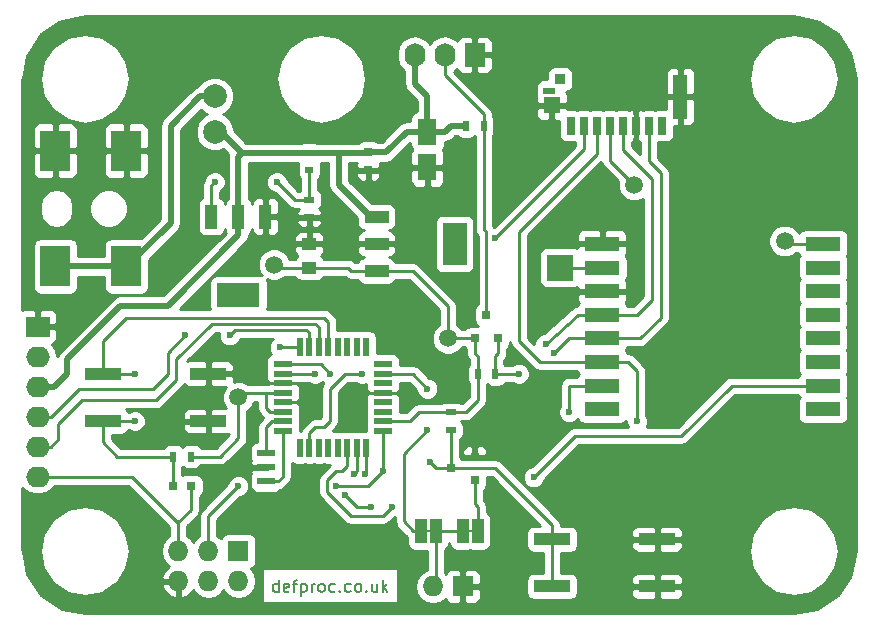
<source format=gbr>
G04 #@! TF.FileFunction,Copper,L1,Top,Signal*
%FSLAX46Y46*%
G04 Gerber Fmt 4.6, Leading zero omitted, Abs format (unit mm)*
G04 Created by KiCad (PCBNEW 4.0.2-4+6225~38~ubuntu14.04.1-stable) date Tue 29 Mar 2016 09:48:56 BST*
%MOMM*%
G01*
G04 APERTURE LIST*
%ADD10C,0.100000*%
%ADD11C,0.150000*%
%ADD12R,3.000000X1.200000*%
%ADD13R,0.750000X0.800000*%
%ADD14R,1.600200X2.199640*%
%ADD15R,0.800000X0.750000*%
%ADD16R,1.250000X1.000000*%
%ADD17R,0.700000X0.600000*%
%ADD18R,1.600000X0.550000*%
%ADD19R,0.550000X1.600000*%
%ADD20R,1.000000X2.000000*%
%ADD21R,1.727200X1.727200*%
%ADD22O,1.727200X1.727200*%
%ADD23R,2.000000X1.727200*%
%ADD24O,2.000000X1.750000*%
%ADD25R,1.750000X2.000000*%
%ADD26O,1.750000X2.000000*%
%ADD27R,2.235200X2.235200*%
%ADD28R,0.800000X1.500000*%
%ADD29R,1.200000X3.790000*%
%ADD30R,1.450000X1.400000*%
%ADD31R,1.000000X0.600000*%
%ADD32R,0.950000X0.850000*%
%ADD33R,0.800100X0.800100*%
%ADD34R,0.500000X0.900000*%
%ADD35R,0.900000X0.500000*%
%ADD36R,3.100000X1.000000*%
%ADD37R,2.032000X3.657600*%
%ADD38R,2.032000X1.016000*%
%ADD39R,3.657600X2.032000*%
%ADD40R,1.016000X2.032000*%
%ADD41C,2.000000*%
%ADD42R,2.500000X3.500000*%
%ADD43R,1.500000X0.600000*%
%ADD44C,1.500000*%
%ADD45C,0.600000*%
%ADD46C,0.500000*%
%ADD47C,0.250000*%
%ADD48C,0.254000*%
G04 APERTURE END LIST*
D10*
D11*
X60392857Y-178452381D02*
X60392857Y-177452381D01*
X60392857Y-178404762D02*
X60297619Y-178452381D01*
X60107142Y-178452381D01*
X60011904Y-178404762D01*
X59964285Y-178357143D01*
X59916666Y-178261905D01*
X59916666Y-177976190D01*
X59964285Y-177880952D01*
X60011904Y-177833333D01*
X60107142Y-177785714D01*
X60297619Y-177785714D01*
X60392857Y-177833333D01*
X61250000Y-178404762D02*
X61154762Y-178452381D01*
X60964285Y-178452381D01*
X60869047Y-178404762D01*
X60821428Y-178309524D01*
X60821428Y-177928571D01*
X60869047Y-177833333D01*
X60964285Y-177785714D01*
X61154762Y-177785714D01*
X61250000Y-177833333D01*
X61297619Y-177928571D01*
X61297619Y-178023810D01*
X60821428Y-178119048D01*
X61583333Y-177785714D02*
X61964285Y-177785714D01*
X61726190Y-178452381D02*
X61726190Y-177595238D01*
X61773809Y-177500000D01*
X61869047Y-177452381D01*
X61964285Y-177452381D01*
X62297619Y-177785714D02*
X62297619Y-178785714D01*
X62297619Y-177833333D02*
X62392857Y-177785714D01*
X62583334Y-177785714D01*
X62678572Y-177833333D01*
X62726191Y-177880952D01*
X62773810Y-177976190D01*
X62773810Y-178261905D01*
X62726191Y-178357143D01*
X62678572Y-178404762D01*
X62583334Y-178452381D01*
X62392857Y-178452381D01*
X62297619Y-178404762D01*
X63202381Y-178452381D02*
X63202381Y-177785714D01*
X63202381Y-177976190D02*
X63250000Y-177880952D01*
X63297619Y-177833333D01*
X63392857Y-177785714D01*
X63488096Y-177785714D01*
X63964286Y-178452381D02*
X63869048Y-178404762D01*
X63821429Y-178357143D01*
X63773810Y-178261905D01*
X63773810Y-177976190D01*
X63821429Y-177880952D01*
X63869048Y-177833333D01*
X63964286Y-177785714D01*
X64107144Y-177785714D01*
X64202382Y-177833333D01*
X64250001Y-177880952D01*
X64297620Y-177976190D01*
X64297620Y-178261905D01*
X64250001Y-178357143D01*
X64202382Y-178404762D01*
X64107144Y-178452381D01*
X63964286Y-178452381D01*
X65154763Y-178404762D02*
X65059525Y-178452381D01*
X64869048Y-178452381D01*
X64773810Y-178404762D01*
X64726191Y-178357143D01*
X64678572Y-178261905D01*
X64678572Y-177976190D01*
X64726191Y-177880952D01*
X64773810Y-177833333D01*
X64869048Y-177785714D01*
X65059525Y-177785714D01*
X65154763Y-177833333D01*
X65583334Y-178357143D02*
X65630953Y-178404762D01*
X65583334Y-178452381D01*
X65535715Y-178404762D01*
X65583334Y-178357143D01*
X65583334Y-178452381D01*
X66488096Y-178404762D02*
X66392858Y-178452381D01*
X66202381Y-178452381D01*
X66107143Y-178404762D01*
X66059524Y-178357143D01*
X66011905Y-178261905D01*
X66011905Y-177976190D01*
X66059524Y-177880952D01*
X66107143Y-177833333D01*
X66202381Y-177785714D01*
X66392858Y-177785714D01*
X66488096Y-177833333D01*
X67059524Y-178452381D02*
X66964286Y-178404762D01*
X66916667Y-178357143D01*
X66869048Y-178261905D01*
X66869048Y-177976190D01*
X66916667Y-177880952D01*
X66964286Y-177833333D01*
X67059524Y-177785714D01*
X67202382Y-177785714D01*
X67297620Y-177833333D01*
X67345239Y-177880952D01*
X67392858Y-177976190D01*
X67392858Y-178261905D01*
X67345239Y-178357143D01*
X67297620Y-178404762D01*
X67202382Y-178452381D01*
X67059524Y-178452381D01*
X67821429Y-178357143D02*
X67869048Y-178404762D01*
X67821429Y-178452381D01*
X67773810Y-178404762D01*
X67821429Y-178357143D01*
X67821429Y-178452381D01*
X68726191Y-177785714D02*
X68726191Y-178452381D01*
X68297619Y-177785714D02*
X68297619Y-178309524D01*
X68345238Y-178404762D01*
X68440476Y-178452381D01*
X68583334Y-178452381D01*
X68678572Y-178404762D01*
X68726191Y-178357143D01*
X69202381Y-178452381D02*
X69202381Y-177452381D01*
X69297619Y-178071429D02*
X69583334Y-178452381D01*
X69583334Y-177785714D02*
X69202381Y-178166667D01*
X75985000Y-173316000D02*
X77255000Y-173316000D01*
X72429000Y-173316000D02*
X73699000Y-173316000D01*
D12*
X106500000Y-163000000D03*
X106500000Y-161000000D03*
X106500000Y-159000000D03*
X106500000Y-157000000D03*
X106500000Y-155000000D03*
X106500000Y-153000000D03*
X106500000Y-151000000D03*
X106500000Y-149000000D03*
X87800000Y-149000000D03*
X87800000Y-151000000D03*
X87800000Y-153000000D03*
X87800000Y-155000000D03*
X87800000Y-157000000D03*
X87800000Y-159000000D03*
X87800000Y-161000000D03*
X87800000Y-163000000D03*
D13*
X68000000Y-141250000D03*
X68000000Y-142750000D03*
D14*
X73000000Y-139498860D03*
X73000000Y-142501140D03*
D15*
X51500000Y-169500000D03*
X53000000Y-169500000D03*
D16*
X63000000Y-151000000D03*
X63000000Y-149000000D03*
D17*
X63000000Y-142700000D03*
X63000000Y-141300000D03*
D18*
X60750000Y-159200000D03*
X60750000Y-160000000D03*
X60750000Y-160800000D03*
X60750000Y-161600000D03*
X60750000Y-162400000D03*
X60750000Y-163200000D03*
X60750000Y-164000000D03*
X60750000Y-164800000D03*
D19*
X62200000Y-166250000D03*
X63000000Y-166250000D03*
X63800000Y-166250000D03*
X64600000Y-166250000D03*
X65400000Y-166250000D03*
X66200000Y-166250000D03*
X67000000Y-166250000D03*
X67800000Y-166250000D03*
D18*
X69250000Y-164800000D03*
X69250000Y-164000000D03*
X69250000Y-163200000D03*
X69250000Y-162400000D03*
X69250000Y-161600000D03*
X69250000Y-160800000D03*
X69250000Y-160000000D03*
X69250000Y-159200000D03*
D19*
X67800000Y-157750000D03*
X67000000Y-157750000D03*
X66200000Y-157750000D03*
X65400000Y-157750000D03*
X64600000Y-157750000D03*
X63800000Y-157750000D03*
X63000000Y-157750000D03*
X62200000Y-157750000D03*
D20*
X75985000Y-173316000D03*
X77255000Y-173316000D03*
X72429000Y-173316000D03*
X73699000Y-173316000D03*
D21*
X76000000Y-178000000D03*
D22*
X73460000Y-178000000D03*
D23*
X40000000Y-156000000D03*
D24*
X40000000Y-158540000D03*
X40000000Y-161080000D03*
X40000000Y-163620000D03*
X40000000Y-166160000D03*
X40000000Y-168700000D03*
D21*
X57000000Y-175000000D03*
D22*
X57000000Y-177540000D03*
X54460000Y-175000000D03*
X54460000Y-177540000D03*
X51920000Y-175000000D03*
X51920000Y-177540000D03*
D25*
X77000000Y-133000000D03*
D26*
X74460000Y-133000000D03*
X71920000Y-133000000D03*
D27*
X84250000Y-151000000D03*
D28*
X92850000Y-139000000D03*
X91750000Y-139000000D03*
X90650000Y-139000000D03*
X89550000Y-139000000D03*
X88450000Y-139000000D03*
X87350000Y-139000000D03*
X86250000Y-139000000D03*
X85150000Y-139000000D03*
D29*
X94400000Y-136520000D03*
D30*
X83525000Y-137275000D03*
D31*
X83300000Y-136025000D03*
D32*
X84225000Y-135050000D03*
D33*
X77000760Y-168950000D03*
X77000760Y-167050000D03*
X75001780Y-168000000D03*
X77050000Y-157000760D03*
X78950000Y-157000760D03*
X78000000Y-155001780D03*
D34*
X53000000Y-167000000D03*
X51500000Y-167000000D03*
D35*
X75000000Y-163250000D03*
X75000000Y-164750000D03*
D34*
X77250000Y-160000000D03*
X78750000Y-160000000D03*
X76250000Y-139000000D03*
X77750000Y-139000000D03*
D35*
X63000000Y-145250000D03*
X63000000Y-146750000D03*
D36*
X54450000Y-164000000D03*
X45550000Y-164000000D03*
X45550000Y-160000000D03*
X54450000Y-160000000D03*
X92450000Y-178000000D03*
X83550000Y-178000000D03*
X83550000Y-174000000D03*
X92450000Y-174000000D03*
D37*
X75302000Y-149000000D03*
D38*
X68698000Y-149000000D03*
X68698000Y-151286000D03*
X68698000Y-146714000D03*
D39*
X57000000Y-153302000D03*
D40*
X57000000Y-146698000D03*
X54714000Y-146698000D03*
X59286000Y-146698000D03*
D41*
X55000000Y-136500000D03*
X55000000Y-139500000D03*
D42*
X47500000Y-150900000D03*
X41500000Y-150900000D03*
X47500000Y-141100000D03*
X41500000Y-141100000D03*
D43*
X59350000Y-166700000D03*
X59350000Y-167900000D03*
X59350000Y-169100000D03*
D44*
X63150000Y-162900000D03*
X66250000Y-163750000D03*
X48250000Y-178500000D03*
X72250000Y-145750000D03*
X75250000Y-161500000D03*
X83000000Y-155000000D03*
X87000000Y-146000000D03*
X51000000Y-164000000D03*
D45*
X48250000Y-160000000D03*
X48250000Y-164000000D03*
D44*
X57000000Y-162000000D03*
X60000000Y-150750000D03*
X74750000Y-157000000D03*
X90500000Y-144000000D03*
X103250000Y-148750000D03*
D45*
X55000000Y-143750000D03*
X60250000Y-143750000D03*
X64750000Y-160000000D03*
X73250000Y-167500000D03*
X78750000Y-148500000D03*
X63500000Y-160000000D03*
X67500000Y-160000000D03*
X80750000Y-160000000D03*
X70000000Y-171250000D03*
X85000000Y-163250000D03*
X90750000Y-164000000D03*
X68250000Y-171250000D03*
X66000000Y-170250000D03*
X66750000Y-168500000D03*
X83750000Y-158250000D03*
X67750000Y-168500000D03*
X57000000Y-169500000D03*
X65250000Y-169500000D03*
X69250000Y-168250000D03*
X83000000Y-157500000D03*
X73000000Y-161250000D03*
X73000000Y-164750000D03*
X56250000Y-156750000D03*
X52500000Y-156750000D03*
X60500000Y-157750000D03*
X82000000Y-168750000D03*
D46*
X47000000Y-154250000D02*
X47000000Y-154250000D01*
X47000000Y-154250000D02*
X42500000Y-158750000D01*
X42500000Y-158750000D02*
X42500000Y-160000000D01*
X42500000Y-160000000D02*
X41420000Y-161080000D01*
X41420000Y-161080000D02*
X40000000Y-161080000D01*
X57000000Y-146698000D02*
X57000000Y-148250000D01*
X51000000Y-154250000D02*
X47000000Y-154250000D01*
X57000000Y-148250000D02*
X51000000Y-154250000D01*
X40170000Y-161080000D02*
X40000000Y-161080000D01*
X73000000Y-139498860D02*
X74501140Y-139498860D01*
X75000000Y-139000000D02*
X76250000Y-139000000D01*
X74501140Y-139498860D02*
X75000000Y-139000000D01*
X68698000Y-146714000D02*
X68214000Y-146714000D01*
X68214000Y-146714000D02*
X65500000Y-144000000D01*
X65500000Y-144000000D02*
X65500000Y-141300000D01*
X73000000Y-139498860D02*
X73000000Y-136500000D01*
X71920000Y-135420000D02*
X71920000Y-133000000D01*
X73000000Y-136500000D02*
X71920000Y-135420000D01*
X68000000Y-141250000D02*
X69500000Y-141250000D01*
X71251140Y-139498860D02*
X73000000Y-139498860D01*
X69500000Y-141250000D02*
X71251140Y-139498860D01*
X63000000Y-141300000D02*
X65500000Y-141300000D01*
X65500000Y-141300000D02*
X67950000Y-141300000D01*
X67950000Y-141300000D02*
X68000000Y-141250000D01*
X57000000Y-146698000D02*
X57000000Y-141600000D01*
X57000000Y-141600000D02*
X57300000Y-141300000D01*
X55000000Y-139500000D02*
X55500000Y-139500000D01*
X55500000Y-139500000D02*
X57300000Y-141300000D01*
X57300000Y-141300000D02*
X63000000Y-141300000D01*
D47*
X60750000Y-160800000D02*
X62450000Y-160800000D01*
X63150000Y-161500000D02*
X63150000Y-162900000D01*
X62450000Y-160800000D02*
X63150000Y-161500000D01*
X60750000Y-162400000D02*
X62650000Y-162400000D01*
X62650000Y-162400000D02*
X63150000Y-162900000D01*
X67400000Y-161600000D02*
X69250000Y-161600000D01*
X67400000Y-161600000D02*
X66250000Y-162750000D01*
X66250000Y-162750000D02*
X66250000Y-163750000D01*
X51920000Y-177540000D02*
X49210000Y-177540000D01*
X49210000Y-177540000D02*
X48250000Y-178500000D01*
X73000000Y-142501140D02*
X73000000Y-145000000D01*
X73000000Y-145000000D02*
X72250000Y-145750000D01*
X69250000Y-161600000D02*
X70600000Y-161600000D01*
X74500000Y-162250000D02*
X75250000Y-161500000D01*
X71250000Y-162250000D02*
X74500000Y-162250000D01*
X70600000Y-161600000D02*
X71250000Y-162250000D01*
X87800000Y-153000000D02*
X85000000Y-153000000D01*
X85000000Y-153000000D02*
X83000000Y-155000000D01*
X87800000Y-149000000D02*
X87800000Y-146800000D01*
X87800000Y-146800000D02*
X87000000Y-146000000D01*
X54450000Y-164000000D02*
X51000000Y-164000000D01*
X60750000Y-160800000D02*
X59050000Y-160800000D01*
X59050000Y-160800000D02*
X59000000Y-160750000D01*
X45550000Y-160000000D02*
X45550000Y-157200000D01*
X64600000Y-155600000D02*
X64600000Y-157750000D01*
X64250000Y-155250000D02*
X64600000Y-155600000D01*
X47500000Y-155250000D02*
X64250000Y-155250000D01*
X45550000Y-157200000D02*
X47500000Y-155250000D01*
X45550000Y-164000000D02*
X48250000Y-164000000D01*
X48250000Y-160000000D02*
X45550000Y-160000000D01*
X51500000Y-167000000D02*
X51500000Y-169500000D01*
X45550000Y-164000000D02*
X45550000Y-165800000D01*
X46750000Y-167000000D02*
X51500000Y-167000000D01*
X45550000Y-165800000D02*
X46750000Y-167000000D01*
X45550000Y-160000000D02*
X45650000Y-160000000D01*
X45550000Y-164000000D02*
X46250000Y-164000000D01*
X51920000Y-172750000D02*
X51920000Y-172580000D01*
X53000000Y-171500000D02*
X53000000Y-169500000D01*
X51920000Y-172580000D02*
X53000000Y-171500000D01*
X40000000Y-168700000D02*
X47950000Y-168700000D01*
X51920000Y-172670000D02*
X51920000Y-172750000D01*
X51920000Y-172750000D02*
X51920000Y-175000000D01*
X47950000Y-168700000D02*
X51920000Y-172670000D01*
X60750000Y-163200000D02*
X59650000Y-163200000D01*
X59350000Y-162900000D02*
X59350000Y-161600000D01*
X59650000Y-163200000D02*
X59350000Y-162900000D01*
X53000000Y-167000000D02*
X55450000Y-167000000D01*
X57000000Y-165450000D02*
X57000000Y-162000000D01*
X55450000Y-167000000D02*
X57000000Y-165450000D01*
X74750000Y-157000000D02*
X74750000Y-154250000D01*
X71786000Y-151286000D02*
X68698000Y-151286000D01*
X74750000Y-154250000D02*
X71786000Y-151286000D01*
X60750000Y-161600000D02*
X59350000Y-161600000D01*
X59350000Y-161600000D02*
X58750000Y-161600000D01*
X58750000Y-161600000D02*
X57400000Y-161600000D01*
X57400000Y-161600000D02*
X57000000Y-162000000D01*
X60000000Y-150750000D02*
X60250000Y-151000000D01*
X60250000Y-151000000D02*
X63000000Y-151000000D01*
X77050000Y-157000760D02*
X74750760Y-157000760D01*
X74750760Y-157000760D02*
X74750000Y-157000000D01*
X88450000Y-139000000D02*
X88450000Y-141950000D01*
X88450000Y-141950000D02*
X90500000Y-144000000D01*
X103500000Y-149000000D02*
X106500000Y-149000000D01*
X103250000Y-148750000D02*
X103500000Y-149000000D01*
X69250000Y-164000000D02*
X71500000Y-164000000D01*
X72250000Y-163250000D02*
X75000000Y-163250000D01*
X71500000Y-164000000D02*
X72250000Y-163250000D01*
X77250000Y-160000000D02*
X77250000Y-162250000D01*
X76250000Y-163250000D02*
X75000000Y-163250000D01*
X77250000Y-162250000D02*
X76250000Y-163250000D01*
X77050000Y-157000760D02*
X77050000Y-158300000D01*
X77050000Y-158300000D02*
X77250000Y-158500000D01*
X77250000Y-158500000D02*
X77250000Y-160000000D01*
X63000000Y-151000000D02*
X66250000Y-151000000D01*
X66250000Y-151000000D02*
X66536000Y-151286000D01*
X66536000Y-151286000D02*
X68698000Y-151286000D01*
D46*
X41500000Y-150900000D02*
X47500000Y-150900000D01*
D47*
X47500000Y-150900000D02*
X47600000Y-150900000D01*
D46*
X47600000Y-150900000D02*
X51250000Y-147250000D01*
X53750000Y-136500000D02*
X55000000Y-136500000D01*
X51250000Y-139000000D02*
X53750000Y-136500000D01*
X51250000Y-147250000D02*
X51250000Y-139000000D01*
D47*
X63000000Y-145250000D02*
X61750000Y-145250000D01*
X54714000Y-144036000D02*
X54714000Y-146698000D01*
X55000000Y-143750000D02*
X54714000Y-144036000D01*
X61750000Y-145250000D02*
X60250000Y-143750000D01*
X63000000Y-142700000D02*
X63000000Y-145250000D01*
X63950000Y-159200000D02*
X64750000Y-160000000D01*
X73250000Y-167500000D02*
X73750000Y-168000000D01*
X75001780Y-168000000D02*
X73750000Y-168000000D01*
X63950000Y-159200000D02*
X60750000Y-159200000D01*
X83550000Y-174000000D02*
X83550000Y-172800000D01*
X78750000Y-168000000D02*
X75001780Y-168000000D01*
X83550000Y-172800000D02*
X78750000Y-168000000D01*
X83550000Y-178000000D02*
X83550000Y-174000000D01*
X75001780Y-168000000D02*
X75001780Y-164751780D01*
X75001780Y-164751780D02*
X75000000Y-164750000D01*
X60750000Y-160000000D02*
X63500000Y-160000000D01*
X86250000Y-141000000D02*
X78750000Y-148500000D01*
X86250000Y-141000000D02*
X86250000Y-139000000D01*
X67500000Y-160000000D02*
X66000000Y-160000000D01*
X78750000Y-160000000D02*
X80750000Y-160000000D01*
X63000000Y-165000000D02*
X63000000Y-166250000D01*
X63500000Y-164500000D02*
X63000000Y-165000000D01*
X64250000Y-164500000D02*
X63500000Y-164500000D01*
X64750000Y-164000000D02*
X64250000Y-164500000D01*
X64750000Y-161250000D02*
X64750000Y-164000000D01*
X66000000Y-160000000D02*
X64750000Y-161250000D01*
X78950000Y-157000760D02*
X79000000Y-158250000D01*
X78750000Y-158500000D02*
X78750000Y-160000000D01*
X79000000Y-158250000D02*
X78750000Y-158500000D01*
X87800000Y-161000000D02*
X85000000Y-161000000D01*
X66200000Y-167800000D02*
X66200000Y-166250000D01*
X65750000Y-168250000D02*
X66200000Y-167800000D01*
X65250000Y-168250000D02*
X65750000Y-168250000D01*
X64500000Y-169000000D02*
X65250000Y-168250000D01*
X64500000Y-170000000D02*
X64500000Y-169000000D01*
X66500000Y-172000000D02*
X64500000Y-170000000D01*
X69250000Y-172000000D02*
X66500000Y-172000000D01*
X70000000Y-171250000D02*
X69250000Y-172000000D01*
X85000000Y-161000000D02*
X85000000Y-163250000D01*
X66000000Y-170250000D02*
X67000000Y-171250000D01*
X67000000Y-171250000D02*
X68250000Y-171250000D01*
X90000000Y-159000000D02*
X87800000Y-159000000D01*
X90750000Y-159750000D02*
X90000000Y-159000000D01*
X90750000Y-164000000D02*
X90750000Y-159750000D01*
X67000000Y-168250000D02*
X67000000Y-166250000D01*
X66750000Y-168500000D02*
X67000000Y-168250000D01*
X87350000Y-139000000D02*
X87350000Y-141400000D01*
X87350000Y-141400000D02*
X80750000Y-148000000D01*
X80750000Y-148000000D02*
X80750000Y-157250000D01*
X80750000Y-157250000D02*
X82500000Y-159000000D01*
X85750000Y-159000000D02*
X87800000Y-159000000D01*
X82500000Y-159000000D02*
X85750000Y-159000000D01*
X85750000Y-157000000D02*
X85000000Y-157000000D01*
X87800000Y-157000000D02*
X85750000Y-157000000D01*
X85000000Y-157000000D02*
X83750000Y-158250000D01*
X67800000Y-168450000D02*
X67800000Y-166250000D01*
X67750000Y-168500000D02*
X67800000Y-168450000D01*
X91750000Y-139000000D02*
X91750000Y-142000000D01*
X91750000Y-142000000D02*
X92750000Y-143000000D01*
X92750000Y-143000000D02*
X92750000Y-155250000D01*
X92750000Y-155250000D02*
X91000000Y-157000000D01*
X91000000Y-157000000D02*
X87800000Y-157000000D01*
X68000000Y-169500000D02*
X65250000Y-169500000D01*
X69250000Y-168250000D02*
X68000000Y-169500000D01*
X54460000Y-172040000D02*
X57000000Y-169500000D01*
X54460000Y-172040000D02*
X54460000Y-175000000D01*
X87800000Y-155000000D02*
X85750000Y-155000000D01*
X83000000Y-157500000D02*
X85750000Y-155000000D01*
X69250000Y-168250000D02*
X69250000Y-164800000D01*
X87800000Y-155000000D02*
X90750000Y-155000000D01*
X89550000Y-141050000D02*
X89550000Y-139000000D01*
X92000000Y-143500000D02*
X89550000Y-141050000D01*
X92000000Y-153750000D02*
X92000000Y-143500000D01*
X90750000Y-155000000D02*
X92000000Y-153750000D01*
X72429000Y-173316000D02*
X71816000Y-173316000D01*
X71750000Y-160000000D02*
X69250000Y-160000000D01*
X73000000Y-161250000D02*
X71750000Y-160000000D01*
X71000000Y-166750000D02*
X73000000Y-164750000D01*
X71000000Y-172500000D02*
X71000000Y-166750000D01*
X71816000Y-173316000D02*
X71000000Y-172500000D01*
X40000000Y-166160000D02*
X41090000Y-166160000D01*
X63800000Y-156050000D02*
X63800000Y-157750000D01*
X63500000Y-155750000D02*
X63800000Y-156050000D01*
X54750000Y-155750000D02*
X63500000Y-155750000D01*
X51750000Y-158750000D02*
X54750000Y-155750000D01*
X51750000Y-160500000D02*
X51750000Y-158750000D01*
X50000000Y-162250000D02*
X51750000Y-160500000D01*
X43750000Y-162250000D02*
X50000000Y-162250000D01*
X41750000Y-164250000D02*
X43750000Y-162250000D01*
X41750000Y-165500000D02*
X41750000Y-164250000D01*
X41090000Y-166160000D02*
X41750000Y-165500000D01*
X40000000Y-163620000D02*
X41130000Y-163620000D01*
X63000000Y-156500000D02*
X63000000Y-157750000D01*
X62750000Y-156250000D02*
X63000000Y-156500000D01*
X56750000Y-156250000D02*
X62750000Y-156250000D01*
X56250000Y-156750000D02*
X56750000Y-156250000D01*
X51000000Y-158250000D02*
X52500000Y-156750000D01*
X51000000Y-160000000D02*
X51000000Y-158250000D01*
X49750000Y-161250000D02*
X51000000Y-160000000D01*
X43500000Y-161250000D02*
X49750000Y-161250000D01*
X41130000Y-163620000D02*
X43500000Y-161250000D01*
X62200000Y-157750000D02*
X60500000Y-157750000D01*
X98750000Y-161000000D02*
X106500000Y-161000000D01*
X94500000Y-165250000D02*
X98750000Y-161000000D01*
X85500000Y-165250000D02*
X94500000Y-165250000D01*
X82000000Y-168750000D02*
X85500000Y-165250000D01*
X73699000Y-173316000D02*
X73699000Y-177761000D01*
X73699000Y-177761000D02*
X73460000Y-178000000D01*
X75985000Y-173316000D02*
X73699000Y-173316000D01*
X77000760Y-168950000D02*
X77000760Y-171000760D01*
X77255000Y-171255000D02*
X77255000Y-173316000D01*
X77000760Y-171000760D02*
X77255000Y-171255000D01*
X77750000Y-139000000D02*
X77750000Y-147750000D01*
X78000000Y-148000000D02*
X78000000Y-155001780D01*
X77750000Y-147750000D02*
X78000000Y-148000000D01*
X77750000Y-139000000D02*
X77750000Y-138000000D01*
X74460000Y-134710000D02*
X74460000Y-133000000D01*
X77750000Y-138000000D02*
X74460000Y-134710000D01*
X87800000Y-151000000D02*
X84250000Y-151000000D01*
X59350000Y-166700000D02*
X59350000Y-166500000D01*
X59350000Y-166500000D02*
X59350000Y-166500000D01*
X59350000Y-166500000D02*
X59350000Y-164500000D01*
X59350000Y-164500000D02*
X59850000Y-164000000D01*
X59850000Y-164000000D02*
X60750000Y-164000000D01*
X60750000Y-164800000D02*
X60750000Y-168700000D01*
X60350000Y-169100000D02*
X59350000Y-169100000D01*
X60750000Y-168700000D02*
X60350000Y-169100000D01*
D48*
G36*
X105932725Y-130108353D02*
X106173658Y-130228819D01*
X107730760Y-131269241D01*
X108771180Y-132826340D01*
X108891646Y-133067273D01*
X109290000Y-135069931D01*
X109290000Y-174930069D01*
X108891646Y-176932727D01*
X108771180Y-177173660D01*
X107730760Y-178730759D01*
X106019072Y-179874472D01*
X103930069Y-180290000D01*
X44069931Y-180290000D01*
X42067273Y-179891646D01*
X41826340Y-179771180D01*
X40269241Y-178730760D01*
X39228819Y-177173658D01*
X39108353Y-176932725D01*
X38723911Y-175000000D01*
X40190000Y-175000000D01*
X40480019Y-176458024D01*
X41305923Y-177694077D01*
X42541976Y-178519981D01*
X44000000Y-178810000D01*
X45458024Y-178519981D01*
X46387347Y-177899027D01*
X50465032Y-177899027D01*
X50713179Y-178428490D01*
X51145053Y-178822688D01*
X51560974Y-178994958D01*
X51793000Y-178873817D01*
X51793000Y-177667000D01*
X50585531Y-177667000D01*
X50465032Y-177899027D01*
X46387347Y-177899027D01*
X46694077Y-177694077D01*
X47519981Y-176458024D01*
X47810000Y-175000000D01*
X47519981Y-173541976D01*
X46694077Y-172305923D01*
X45458024Y-171480019D01*
X44000000Y-171190000D01*
X42541976Y-171480019D01*
X41305923Y-172305923D01*
X40480019Y-173541976D01*
X40190000Y-175000000D01*
X38723911Y-175000000D01*
X38710000Y-174930069D01*
X38710000Y-169670097D01*
X38775237Y-169767731D01*
X39265116Y-170095058D01*
X39842968Y-170210000D01*
X40157032Y-170210000D01*
X40734884Y-170095058D01*
X41224763Y-169767731D01*
X41430382Y-169460000D01*
X47635198Y-169460000D01*
X51160000Y-172984802D01*
X51160000Y-173710738D01*
X50860330Y-173910971D01*
X50535474Y-174397152D01*
X50421400Y-174970641D01*
X50421400Y-175029359D01*
X50535474Y-175602848D01*
X50860330Y-176089029D01*
X51131161Y-176269992D01*
X50713179Y-176651510D01*
X50465032Y-177180973D01*
X50585531Y-177413000D01*
X51793000Y-177413000D01*
X51793000Y-177393000D01*
X52047000Y-177393000D01*
X52047000Y-177413000D01*
X52067000Y-177413000D01*
X52067000Y-177667000D01*
X52047000Y-177667000D01*
X52047000Y-178873817D01*
X52279026Y-178994958D01*
X52694947Y-178822688D01*
X53126821Y-178428490D01*
X53184336Y-178305772D01*
X53400330Y-178629029D01*
X53886511Y-178953885D01*
X54460000Y-179067959D01*
X55033489Y-178953885D01*
X55519670Y-178629029D01*
X55730000Y-178314248D01*
X55940330Y-178629029D01*
X56426511Y-178953885D01*
X57000000Y-179067959D01*
X57573489Y-178953885D01*
X58059670Y-178629029D01*
X58384526Y-178142848D01*
X58498600Y-177569359D01*
X58498600Y-177510641D01*
X58384526Y-176937152D01*
X58073426Y-176471558D01*
X58098917Y-176466762D01*
X58140506Y-176440000D01*
X59016190Y-176440000D01*
X59016190Y-179410000D01*
X70483810Y-179410000D01*
X70483810Y-176440000D01*
X59016190Y-176440000D01*
X58140506Y-176440000D01*
X58315041Y-176327690D01*
X58460031Y-176115490D01*
X58511040Y-175863600D01*
X58511040Y-174136400D01*
X58466762Y-173901083D01*
X58327690Y-173684959D01*
X58115490Y-173539969D01*
X57863600Y-173488960D01*
X56136400Y-173488960D01*
X55901083Y-173533238D01*
X55684959Y-173672310D01*
X55539969Y-173884510D01*
X55531136Y-173928131D01*
X55519670Y-173910971D01*
X55220000Y-173710738D01*
X55220000Y-172354802D01*
X57139680Y-170435122D01*
X57185167Y-170435162D01*
X57528943Y-170293117D01*
X57792192Y-170030327D01*
X57934838Y-169686799D01*
X57935162Y-169314833D01*
X57793117Y-168971057D01*
X57530327Y-168707808D01*
X57186799Y-168565162D01*
X56814833Y-168564838D01*
X56471057Y-168706883D01*
X56207808Y-168969673D01*
X56065162Y-169313201D01*
X56065121Y-169360077D01*
X53922599Y-171502599D01*
X53757852Y-171749161D01*
X53700000Y-172040000D01*
X53700000Y-173710738D01*
X53400330Y-173910971D01*
X53190000Y-174225752D01*
X52979670Y-173910971D01*
X52680000Y-173710738D01*
X52680000Y-172894802D01*
X53537401Y-172037401D01*
X53702148Y-171790839D01*
X53760000Y-171500000D01*
X53760000Y-170397931D01*
X53851441Y-170339090D01*
X53996431Y-170126890D01*
X54047440Y-169875000D01*
X54047440Y-169125000D01*
X54003162Y-168889683D01*
X53864090Y-168673559D01*
X53651890Y-168528569D01*
X53400000Y-168477560D01*
X52600000Y-168477560D01*
X52364683Y-168521838D01*
X52260000Y-168589200D01*
X52260000Y-167861176D01*
X52285910Y-167901441D01*
X52498110Y-168046431D01*
X52750000Y-168097440D01*
X53250000Y-168097440D01*
X53485317Y-168053162D01*
X53701441Y-167914090D01*
X53806726Y-167760000D01*
X55450000Y-167760000D01*
X55740839Y-167702148D01*
X55987401Y-167537401D01*
X57537401Y-165987401D01*
X57702148Y-165740839D01*
X57760000Y-165450000D01*
X57760000Y-163184547D01*
X57783515Y-163174831D01*
X58173461Y-162785564D01*
X58350171Y-162360000D01*
X58590000Y-162360000D01*
X58590000Y-162900000D01*
X58647852Y-163190839D01*
X58812599Y-163437401D01*
X59075198Y-163700000D01*
X58812599Y-163962599D01*
X58647852Y-164209161D01*
X58590000Y-164500000D01*
X58590000Y-165754442D01*
X58364683Y-165796838D01*
X58148559Y-165935910D01*
X58003569Y-166148110D01*
X57952560Y-166400000D01*
X57952560Y-167000000D01*
X57996838Y-167235317D01*
X58037539Y-167298568D01*
X57965000Y-167473691D01*
X57965000Y-167614250D01*
X58123750Y-167773000D01*
X59223000Y-167773000D01*
X59223000Y-167753000D01*
X59477000Y-167753000D01*
X59477000Y-167773000D01*
X59497000Y-167773000D01*
X59497000Y-168027000D01*
X59477000Y-168027000D01*
X59477000Y-168047000D01*
X59223000Y-168047000D01*
X59223000Y-168027000D01*
X58123750Y-168027000D01*
X57965000Y-168185750D01*
X57965000Y-168326309D01*
X58036755Y-168499541D01*
X58003569Y-168548110D01*
X57952560Y-168800000D01*
X57952560Y-169400000D01*
X57996838Y-169635317D01*
X58135910Y-169851441D01*
X58348110Y-169996431D01*
X58600000Y-170047440D01*
X60100000Y-170047440D01*
X60335317Y-170003162D01*
X60551441Y-169864090D01*
X60586360Y-169812985D01*
X60640839Y-169802148D01*
X60887401Y-169637401D01*
X61287401Y-169237401D01*
X61452148Y-168990840D01*
X61479866Y-168851491D01*
X61510000Y-168700000D01*
X61510000Y-167534983D01*
X61673110Y-167646431D01*
X61925000Y-167697440D01*
X62475000Y-167697440D01*
X62604589Y-167673056D01*
X62725000Y-167697440D01*
X63275000Y-167697440D01*
X63404589Y-167673056D01*
X63525000Y-167697440D01*
X64075000Y-167697440D01*
X64204589Y-167673056D01*
X64325000Y-167697440D01*
X64735286Y-167697440D01*
X64712599Y-167712599D01*
X63962599Y-168462599D01*
X63797852Y-168709161D01*
X63740000Y-169000000D01*
X63740000Y-170000000D01*
X63797852Y-170290839D01*
X63962599Y-170537401D01*
X65962599Y-172537401D01*
X66209161Y-172702148D01*
X66500000Y-172760000D01*
X69250000Y-172760000D01*
X69540839Y-172702148D01*
X69787401Y-172537401D01*
X70139680Y-172185122D01*
X70185167Y-172185162D01*
X70240000Y-172162506D01*
X70240000Y-172500000D01*
X70297852Y-172790839D01*
X70462599Y-173037401D01*
X71278599Y-173853401D01*
X71281560Y-173855379D01*
X71281560Y-174316000D01*
X71325838Y-174551317D01*
X71464910Y-174767441D01*
X71677110Y-174912431D01*
X71929000Y-174963440D01*
X72929000Y-174963440D01*
X72939000Y-174961558D01*
X72939000Y-176599193D01*
X72857152Y-176615474D01*
X72370971Y-176940330D01*
X72046115Y-177426511D01*
X71932041Y-178000000D01*
X72046115Y-178573489D01*
X72370971Y-179059670D01*
X72857152Y-179384526D01*
X73430641Y-179498600D01*
X73489359Y-179498600D01*
X74062848Y-179384526D01*
X74534356Y-179069474D01*
X74598073Y-179223299D01*
X74776702Y-179401927D01*
X75010091Y-179498600D01*
X75714250Y-179498600D01*
X75873000Y-179339850D01*
X75873000Y-178127000D01*
X76127000Y-178127000D01*
X76127000Y-179339850D01*
X76285750Y-179498600D01*
X76989909Y-179498600D01*
X77223298Y-179401927D01*
X77401927Y-179223299D01*
X77498600Y-178989910D01*
X77498600Y-178285750D01*
X77339850Y-178127000D01*
X76127000Y-178127000D01*
X75873000Y-178127000D01*
X75853000Y-178127000D01*
X75853000Y-177873000D01*
X75873000Y-177873000D01*
X75873000Y-176660150D01*
X76127000Y-176660150D01*
X76127000Y-177873000D01*
X77339850Y-177873000D01*
X77498600Y-177714250D01*
X77498600Y-177010090D01*
X77401927Y-176776701D01*
X77223298Y-176598073D01*
X76989909Y-176501400D01*
X76285750Y-176501400D01*
X76127000Y-176660150D01*
X75873000Y-176660150D01*
X75714250Y-176501400D01*
X75010091Y-176501400D01*
X74776702Y-176598073D01*
X74598073Y-176776701D01*
X74534356Y-176930526D01*
X74459000Y-176880175D01*
X74459000Y-174903279D01*
X74650441Y-174780090D01*
X74795431Y-174567890D01*
X74841837Y-174338730D01*
X74881838Y-174551317D01*
X75020910Y-174767441D01*
X75233110Y-174912431D01*
X75485000Y-174963440D01*
X76485000Y-174963440D01*
X76624956Y-174937105D01*
X76755000Y-174963440D01*
X77755000Y-174963440D01*
X77990317Y-174919162D01*
X78206441Y-174780090D01*
X78351431Y-174567890D01*
X78402440Y-174316000D01*
X78402440Y-172316000D01*
X78358162Y-172080683D01*
X78219090Y-171864559D01*
X78015000Y-171725110D01*
X78015000Y-171255000D01*
X77957148Y-170964161D01*
X77792401Y-170717599D01*
X77760760Y-170685958D01*
X77760760Y-169873013D01*
X77852251Y-169814140D01*
X77997241Y-169601940D01*
X78048250Y-169350050D01*
X78048250Y-168760000D01*
X78435198Y-168760000D01*
X82527758Y-172852560D01*
X82000000Y-172852560D01*
X81764683Y-172896838D01*
X81548559Y-173035910D01*
X81403569Y-173248110D01*
X81352560Y-173500000D01*
X81352560Y-174500000D01*
X81396838Y-174735317D01*
X81535910Y-174951441D01*
X81748110Y-175096431D01*
X82000000Y-175147440D01*
X82790000Y-175147440D01*
X82790000Y-176852560D01*
X82000000Y-176852560D01*
X81764683Y-176896838D01*
X81548559Y-177035910D01*
X81403569Y-177248110D01*
X81352560Y-177500000D01*
X81352560Y-178500000D01*
X81396838Y-178735317D01*
X81535910Y-178951441D01*
X81748110Y-179096431D01*
X82000000Y-179147440D01*
X85100000Y-179147440D01*
X85335317Y-179103162D01*
X85551441Y-178964090D01*
X85696431Y-178751890D01*
X85747440Y-178500000D01*
X85747440Y-178285750D01*
X90265000Y-178285750D01*
X90265000Y-178626310D01*
X90361673Y-178859699D01*
X90540302Y-179038327D01*
X90773691Y-179135000D01*
X92164250Y-179135000D01*
X92323000Y-178976250D01*
X92323000Y-178127000D01*
X92577000Y-178127000D01*
X92577000Y-178976250D01*
X92735750Y-179135000D01*
X94126309Y-179135000D01*
X94359698Y-179038327D01*
X94538327Y-178859699D01*
X94635000Y-178626310D01*
X94635000Y-178285750D01*
X94476250Y-178127000D01*
X92577000Y-178127000D01*
X92323000Y-178127000D01*
X90423750Y-178127000D01*
X90265000Y-178285750D01*
X85747440Y-178285750D01*
X85747440Y-177500000D01*
X85723674Y-177373690D01*
X90265000Y-177373690D01*
X90265000Y-177714250D01*
X90423750Y-177873000D01*
X92323000Y-177873000D01*
X92323000Y-177023750D01*
X92577000Y-177023750D01*
X92577000Y-177873000D01*
X94476250Y-177873000D01*
X94635000Y-177714250D01*
X94635000Y-177373690D01*
X94538327Y-177140301D01*
X94359698Y-176961673D01*
X94126309Y-176865000D01*
X92735750Y-176865000D01*
X92577000Y-177023750D01*
X92323000Y-177023750D01*
X92164250Y-176865000D01*
X90773691Y-176865000D01*
X90540302Y-176961673D01*
X90361673Y-177140301D01*
X90265000Y-177373690D01*
X85723674Y-177373690D01*
X85703162Y-177264683D01*
X85564090Y-177048559D01*
X85351890Y-176903569D01*
X85100000Y-176852560D01*
X84310000Y-176852560D01*
X84310000Y-175147440D01*
X85100000Y-175147440D01*
X85335317Y-175103162D01*
X85551441Y-174964090D01*
X85696431Y-174751890D01*
X85747440Y-174500000D01*
X85747440Y-174285750D01*
X90265000Y-174285750D01*
X90265000Y-174626310D01*
X90361673Y-174859699D01*
X90540302Y-175038327D01*
X90773691Y-175135000D01*
X92164250Y-175135000D01*
X92323000Y-174976250D01*
X92323000Y-174127000D01*
X92577000Y-174127000D01*
X92577000Y-174976250D01*
X92735750Y-175135000D01*
X94126309Y-175135000D01*
X94359698Y-175038327D01*
X94398025Y-175000000D01*
X100190000Y-175000000D01*
X100480019Y-176458024D01*
X101305923Y-177694077D01*
X102541976Y-178519981D01*
X104000000Y-178810000D01*
X105458024Y-178519981D01*
X106694077Y-177694077D01*
X107519981Y-176458024D01*
X107810000Y-175000000D01*
X107519981Y-173541976D01*
X106694077Y-172305923D01*
X105458024Y-171480019D01*
X104000000Y-171190000D01*
X102541976Y-171480019D01*
X101305923Y-172305923D01*
X100480019Y-173541976D01*
X100190000Y-175000000D01*
X94398025Y-175000000D01*
X94538327Y-174859699D01*
X94635000Y-174626310D01*
X94635000Y-174285750D01*
X94476250Y-174127000D01*
X92577000Y-174127000D01*
X92323000Y-174127000D01*
X90423750Y-174127000D01*
X90265000Y-174285750D01*
X85747440Y-174285750D01*
X85747440Y-173500000D01*
X85723674Y-173373690D01*
X90265000Y-173373690D01*
X90265000Y-173714250D01*
X90423750Y-173873000D01*
X92323000Y-173873000D01*
X92323000Y-173023750D01*
X92577000Y-173023750D01*
X92577000Y-173873000D01*
X94476250Y-173873000D01*
X94635000Y-173714250D01*
X94635000Y-173373690D01*
X94538327Y-173140301D01*
X94359698Y-172961673D01*
X94126309Y-172865000D01*
X92735750Y-172865000D01*
X92577000Y-173023750D01*
X92323000Y-173023750D01*
X92164250Y-172865000D01*
X90773691Y-172865000D01*
X90540302Y-172961673D01*
X90361673Y-173140301D01*
X90265000Y-173373690D01*
X85723674Y-173373690D01*
X85703162Y-173264683D01*
X85564090Y-173048559D01*
X85351890Y-172903569D01*
X85100000Y-172852560D01*
X84310000Y-172852560D01*
X84310000Y-172800000D01*
X84252148Y-172509161D01*
X84087401Y-172262599D01*
X79287401Y-167462599D01*
X79040839Y-167297852D01*
X78750000Y-167240000D01*
X77940060Y-167240000D01*
X77877060Y-167177000D01*
X77127760Y-167177000D01*
X77127760Y-167197000D01*
X76873760Y-167197000D01*
X76873760Y-167177000D01*
X76124460Y-167177000D01*
X76061460Y-167240000D01*
X75924793Y-167240000D01*
X75865920Y-167148509D01*
X75761780Y-167077353D01*
X75761780Y-166523641D01*
X75965710Y-166523641D01*
X75965710Y-166764250D01*
X76124460Y-166923000D01*
X76873760Y-166923000D01*
X76873760Y-166173700D01*
X77127760Y-166173700D01*
X77127760Y-166923000D01*
X77877060Y-166923000D01*
X78035810Y-166764250D01*
X78035810Y-166523641D01*
X77939137Y-166290252D01*
X77760509Y-166111623D01*
X77527120Y-166014950D01*
X77286510Y-166014950D01*
X77127760Y-166173700D01*
X76873760Y-166173700D01*
X76715010Y-166014950D01*
X76474400Y-166014950D01*
X76241011Y-166111623D01*
X76062383Y-166290252D01*
X75965710Y-166523641D01*
X75761780Y-166523641D01*
X75761780Y-165553959D01*
X75901441Y-165464090D01*
X76046431Y-165251890D01*
X76097440Y-165000000D01*
X76097440Y-164500000D01*
X76053162Y-164264683D01*
X75914090Y-164048559D01*
X75857657Y-164010000D01*
X76250000Y-164010000D01*
X76540839Y-163952148D01*
X76787401Y-163787401D01*
X77787401Y-162787401D01*
X77952148Y-162540839D01*
X78010000Y-162250000D01*
X78010000Y-160861176D01*
X78035910Y-160901441D01*
X78248110Y-161046431D01*
X78500000Y-161097440D01*
X79000000Y-161097440D01*
X79235317Y-161053162D01*
X79451441Y-160914090D01*
X79556726Y-160760000D01*
X80187537Y-160760000D01*
X80219673Y-160792192D01*
X80563201Y-160934838D01*
X80935167Y-160935162D01*
X81278943Y-160793117D01*
X81542192Y-160530327D01*
X81684838Y-160186799D01*
X81685162Y-159814833D01*
X81543117Y-159471057D01*
X81280327Y-159207808D01*
X80936799Y-159065162D01*
X80564833Y-159064838D01*
X80221057Y-159206883D01*
X80187882Y-159240000D01*
X79555105Y-159240000D01*
X79510000Y-159169905D01*
X79510000Y-158814802D01*
X79537401Y-158787401D01*
X79545979Y-158774563D01*
X79558463Y-158765479D01*
X79628057Y-158651724D01*
X79702148Y-158540840D01*
X79705160Y-158525697D01*
X79713218Y-158512526D01*
X79733984Y-158380792D01*
X79760000Y-158250000D01*
X79756988Y-158234857D01*
X79759392Y-158219606D01*
X79746609Y-157900216D01*
X79801491Y-157864900D01*
X79946481Y-157652700D01*
X79997490Y-157400810D01*
X79997490Y-157287654D01*
X80047852Y-157540839D01*
X80212599Y-157787401D01*
X81962599Y-159537401D01*
X82209161Y-159702148D01*
X82500000Y-159760000D01*
X85682666Y-159760000D01*
X85696838Y-159835317D01*
X85803759Y-160001477D01*
X85703569Y-160148110D01*
X85684961Y-160240000D01*
X85000000Y-160240000D01*
X84709161Y-160297852D01*
X84462599Y-160462599D01*
X84297852Y-160709161D01*
X84240000Y-161000000D01*
X84240000Y-162687537D01*
X84207808Y-162719673D01*
X84065162Y-163063201D01*
X84064838Y-163435167D01*
X84206883Y-163778943D01*
X84469673Y-164042192D01*
X84813201Y-164184838D01*
X85185167Y-164185162D01*
X85528943Y-164043117D01*
X85712588Y-163859793D01*
X85835910Y-164051441D01*
X86048110Y-164196431D01*
X86300000Y-164247440D01*
X89300000Y-164247440D01*
X89535317Y-164203162D01*
X89751441Y-164064090D01*
X89815025Y-163971032D01*
X89814838Y-164185167D01*
X89940792Y-164490000D01*
X85500000Y-164490000D01*
X85261701Y-164537401D01*
X85209160Y-164547852D01*
X84962599Y-164712599D01*
X81860320Y-167814878D01*
X81814833Y-167814838D01*
X81471057Y-167956883D01*
X81207808Y-168219673D01*
X81065162Y-168563201D01*
X81064838Y-168935167D01*
X81206883Y-169278943D01*
X81469673Y-169542192D01*
X81813201Y-169684838D01*
X82185167Y-169685162D01*
X82528943Y-169543117D01*
X82792192Y-169280327D01*
X82934838Y-168936799D01*
X82934879Y-168889923D01*
X85814802Y-166010000D01*
X94500000Y-166010000D01*
X94790839Y-165952148D01*
X95037401Y-165787401D01*
X99064802Y-161760000D01*
X104382666Y-161760000D01*
X104396838Y-161835317D01*
X104503759Y-162001477D01*
X104403569Y-162148110D01*
X104352560Y-162400000D01*
X104352560Y-163600000D01*
X104396838Y-163835317D01*
X104535910Y-164051441D01*
X104748110Y-164196431D01*
X105000000Y-164247440D01*
X108000000Y-164247440D01*
X108235317Y-164203162D01*
X108451441Y-164064090D01*
X108596431Y-163851890D01*
X108647440Y-163600000D01*
X108647440Y-162400000D01*
X108603162Y-162164683D01*
X108496241Y-161998523D01*
X108596431Y-161851890D01*
X108647440Y-161600000D01*
X108647440Y-160400000D01*
X108603162Y-160164683D01*
X108496241Y-159998523D01*
X108596431Y-159851890D01*
X108647440Y-159600000D01*
X108647440Y-158400000D01*
X108603162Y-158164683D01*
X108496241Y-157998523D01*
X108596431Y-157851890D01*
X108647440Y-157600000D01*
X108647440Y-156400000D01*
X108603162Y-156164683D01*
X108496241Y-155998523D01*
X108596431Y-155851890D01*
X108647440Y-155600000D01*
X108647440Y-154400000D01*
X108603162Y-154164683D01*
X108496241Y-153998523D01*
X108596431Y-153851890D01*
X108647440Y-153600000D01*
X108647440Y-152400000D01*
X108603162Y-152164683D01*
X108496241Y-151998523D01*
X108596431Y-151851890D01*
X108647440Y-151600000D01*
X108647440Y-150400000D01*
X108603162Y-150164683D01*
X108496241Y-149998523D01*
X108596431Y-149851890D01*
X108647440Y-149600000D01*
X108647440Y-148400000D01*
X108603162Y-148164683D01*
X108464090Y-147948559D01*
X108251890Y-147803569D01*
X108000000Y-147752560D01*
X105000000Y-147752560D01*
X104764683Y-147796838D01*
X104548559Y-147935910D01*
X104463584Y-148060275D01*
X104424831Y-147966485D01*
X104035564Y-147576539D01*
X103526702Y-147365241D01*
X102975715Y-147364760D01*
X102466485Y-147575169D01*
X102076539Y-147964436D01*
X101865241Y-148473298D01*
X101864760Y-149024285D01*
X102075169Y-149533515D01*
X102464436Y-149923461D01*
X102973298Y-150134759D01*
X103524285Y-150135240D01*
X104033515Y-149924831D01*
X104198634Y-149760000D01*
X104382666Y-149760000D01*
X104396838Y-149835317D01*
X104503759Y-150001477D01*
X104403569Y-150148110D01*
X104352560Y-150400000D01*
X104352560Y-151600000D01*
X104396838Y-151835317D01*
X104503759Y-152001477D01*
X104403569Y-152148110D01*
X104352560Y-152400000D01*
X104352560Y-153600000D01*
X104396838Y-153835317D01*
X104503759Y-154001477D01*
X104403569Y-154148110D01*
X104352560Y-154400000D01*
X104352560Y-155600000D01*
X104396838Y-155835317D01*
X104503759Y-156001477D01*
X104403569Y-156148110D01*
X104352560Y-156400000D01*
X104352560Y-157600000D01*
X104396838Y-157835317D01*
X104503759Y-158001477D01*
X104403569Y-158148110D01*
X104352560Y-158400000D01*
X104352560Y-159600000D01*
X104396838Y-159835317D01*
X104503759Y-160001477D01*
X104403569Y-160148110D01*
X104384961Y-160240000D01*
X98750000Y-160240000D01*
X98459161Y-160297852D01*
X98212599Y-160462599D01*
X94185198Y-164490000D01*
X91558937Y-164490000D01*
X91684838Y-164186799D01*
X91685162Y-163814833D01*
X91543117Y-163471057D01*
X91510000Y-163437882D01*
X91510000Y-159750000D01*
X91502889Y-159714250D01*
X91452148Y-159459160D01*
X91287401Y-159212599D01*
X90537401Y-158462599D01*
X90290839Y-158297852D01*
X90000000Y-158240000D01*
X89917334Y-158240000D01*
X89903162Y-158164683D01*
X89796241Y-157998523D01*
X89896431Y-157851890D01*
X89915039Y-157760000D01*
X91000000Y-157760000D01*
X91290839Y-157702148D01*
X91537401Y-157537401D01*
X93287401Y-155787401D01*
X93452148Y-155540839D01*
X93510000Y-155250000D01*
X93510000Y-143000000D01*
X93452148Y-142709161D01*
X93287401Y-142462599D01*
X92510000Y-141685198D01*
X92510000Y-140397440D01*
X93250000Y-140397440D01*
X93485317Y-140353162D01*
X93701441Y-140214090D01*
X93846431Y-140001890D01*
X93897440Y-139750000D01*
X93897440Y-139050000D01*
X94114250Y-139050000D01*
X94273000Y-138891250D01*
X94273000Y-136647000D01*
X94527000Y-136647000D01*
X94527000Y-138891250D01*
X94685750Y-139050000D01*
X95126309Y-139050000D01*
X95359698Y-138953327D01*
X95538327Y-138774699D01*
X95635000Y-138541310D01*
X95635000Y-136805750D01*
X95476250Y-136647000D01*
X94527000Y-136647000D01*
X94273000Y-136647000D01*
X93323750Y-136647000D01*
X93165000Y-136805750D01*
X93165000Y-137602560D01*
X92450000Y-137602560D01*
X92294493Y-137631821D01*
X92150000Y-137602560D01*
X91350000Y-137602560D01*
X91209913Y-137628919D01*
X91176309Y-137615000D01*
X90935750Y-137615000D01*
X90777000Y-137773750D01*
X90777000Y-137963818D01*
X90753569Y-137998110D01*
X90702560Y-138250000D01*
X90702560Y-139750000D01*
X90746838Y-139985317D01*
X90777000Y-140032190D01*
X90777000Y-140226250D01*
X90935750Y-140385000D01*
X90990000Y-140385000D01*
X90990000Y-141415198D01*
X90310000Y-140735198D01*
X90310000Y-140385000D01*
X90364250Y-140385000D01*
X90523000Y-140226250D01*
X90523000Y-140036182D01*
X90546431Y-140001890D01*
X90597440Y-139750000D01*
X90597440Y-138250000D01*
X90553162Y-138014683D01*
X90523000Y-137967810D01*
X90523000Y-137773750D01*
X90364250Y-137615000D01*
X90123691Y-137615000D01*
X90086829Y-137630269D01*
X89950000Y-137602560D01*
X89150000Y-137602560D01*
X88994493Y-137631821D01*
X88850000Y-137602560D01*
X88050000Y-137602560D01*
X87894493Y-137631821D01*
X87750000Y-137602560D01*
X86950000Y-137602560D01*
X86794493Y-137631821D01*
X86650000Y-137602560D01*
X85850000Y-137602560D01*
X85694493Y-137631821D01*
X85550000Y-137602560D01*
X84885000Y-137602560D01*
X84885000Y-137560750D01*
X84726250Y-137402000D01*
X83652000Y-137402000D01*
X83652000Y-138451250D01*
X83810750Y-138610000D01*
X84102560Y-138610000D01*
X84102560Y-139750000D01*
X84146838Y-139985317D01*
X84285910Y-140201441D01*
X84498110Y-140346431D01*
X84750000Y-140397440D01*
X85490000Y-140397440D01*
X85490000Y-140685198D01*
X78610320Y-147564878D01*
X78605739Y-147564874D01*
X78537401Y-147462599D01*
X78510000Y-147435198D01*
X78510000Y-139828386D01*
X78596431Y-139701890D01*
X78647440Y-139450000D01*
X78647440Y-138550000D01*
X78603162Y-138314683D01*
X78510000Y-138169905D01*
X78510000Y-138000000D01*
X78452148Y-137709161D01*
X78352984Y-137560750D01*
X82165000Y-137560750D01*
X82165000Y-138101310D01*
X82261673Y-138334699D01*
X82440302Y-138513327D01*
X82673691Y-138610000D01*
X83239250Y-138610000D01*
X83398000Y-138451250D01*
X83398000Y-137402000D01*
X82323750Y-137402000D01*
X82165000Y-137560750D01*
X78352984Y-137560750D01*
X78287401Y-137462599D01*
X76549802Y-135725000D01*
X82152560Y-135725000D01*
X82152560Y-136325000D01*
X82172450Y-136430705D01*
X82165000Y-136448690D01*
X82165000Y-136989250D01*
X82323750Y-137148000D01*
X83398000Y-137148000D01*
X83398000Y-137128000D01*
X83652000Y-137128000D01*
X83652000Y-137148000D01*
X84726250Y-137148000D01*
X84885000Y-136989250D01*
X84885000Y-136448690D01*
X84788327Y-136215301D01*
X84695465Y-136122440D01*
X84700000Y-136122440D01*
X84935317Y-136078162D01*
X85151441Y-135939090D01*
X85296431Y-135726890D01*
X85347440Y-135475000D01*
X85347440Y-134625000D01*
X85323674Y-134498690D01*
X93165000Y-134498690D01*
X93165000Y-136234250D01*
X93323750Y-136393000D01*
X94273000Y-136393000D01*
X94273000Y-134148750D01*
X94527000Y-134148750D01*
X94527000Y-136393000D01*
X95476250Y-136393000D01*
X95635000Y-136234250D01*
X95635000Y-135000000D01*
X100190000Y-135000000D01*
X100480019Y-136458024D01*
X101305923Y-137694077D01*
X102541976Y-138519981D01*
X104000000Y-138810000D01*
X105458024Y-138519981D01*
X106694077Y-137694077D01*
X107519981Y-136458024D01*
X107810000Y-135000000D01*
X107519981Y-133541976D01*
X106694077Y-132305923D01*
X105458024Y-131480019D01*
X104000000Y-131190000D01*
X102541976Y-131480019D01*
X101305923Y-132305923D01*
X100480019Y-133541976D01*
X100190000Y-135000000D01*
X95635000Y-135000000D01*
X95635000Y-134498690D01*
X95538327Y-134265301D01*
X95359698Y-134086673D01*
X95126309Y-133990000D01*
X94685750Y-133990000D01*
X94527000Y-134148750D01*
X94273000Y-134148750D01*
X94114250Y-133990000D01*
X93673691Y-133990000D01*
X93440302Y-134086673D01*
X93261673Y-134265301D01*
X93165000Y-134498690D01*
X85323674Y-134498690D01*
X85303162Y-134389683D01*
X85164090Y-134173559D01*
X84951890Y-134028569D01*
X84700000Y-133977560D01*
X83750000Y-133977560D01*
X83514683Y-134021838D01*
X83298559Y-134160910D01*
X83153569Y-134373110D01*
X83102560Y-134625000D01*
X83102560Y-135077560D01*
X82800000Y-135077560D01*
X82564683Y-135121838D01*
X82348559Y-135260910D01*
X82203569Y-135473110D01*
X82152560Y-135725000D01*
X76549802Y-135725000D01*
X75241092Y-134416290D01*
X75527731Y-134224763D01*
X75529614Y-134221945D01*
X75586673Y-134359698D01*
X75765301Y-134538327D01*
X75998690Y-134635000D01*
X76714250Y-134635000D01*
X76873000Y-134476250D01*
X76873000Y-133127000D01*
X77127000Y-133127000D01*
X77127000Y-134476250D01*
X77285750Y-134635000D01*
X78001310Y-134635000D01*
X78234699Y-134538327D01*
X78413327Y-134359698D01*
X78510000Y-134126309D01*
X78510000Y-133285750D01*
X78351250Y-133127000D01*
X77127000Y-133127000D01*
X76873000Y-133127000D01*
X76853000Y-133127000D01*
X76853000Y-132873000D01*
X76873000Y-132873000D01*
X76873000Y-131523750D01*
X77127000Y-131523750D01*
X77127000Y-132873000D01*
X78351250Y-132873000D01*
X78510000Y-132714250D01*
X78510000Y-131873691D01*
X78413327Y-131640302D01*
X78234699Y-131461673D01*
X78001310Y-131365000D01*
X77285750Y-131365000D01*
X77127000Y-131523750D01*
X76873000Y-131523750D01*
X76714250Y-131365000D01*
X75998690Y-131365000D01*
X75765301Y-131461673D01*
X75586673Y-131640302D01*
X75529614Y-131778055D01*
X75527731Y-131775237D01*
X75037852Y-131447910D01*
X74460000Y-131332968D01*
X73882148Y-131447910D01*
X73392269Y-131775237D01*
X73190000Y-132077954D01*
X72987731Y-131775237D01*
X72497852Y-131447910D01*
X71920000Y-131332968D01*
X71342148Y-131447910D01*
X70852269Y-131775237D01*
X70524942Y-132265116D01*
X70410000Y-132842968D01*
X70410000Y-133157032D01*
X70524942Y-133734884D01*
X70852269Y-134224763D01*
X71035000Y-134346860D01*
X71035000Y-135419995D01*
X71034999Y-135420000D01*
X71073788Y-135614999D01*
X71102367Y-135758675D01*
X71206561Y-135914613D01*
X71294210Y-136045790D01*
X72115000Y-136866579D01*
X72115000Y-137767575D01*
X71964583Y-137795878D01*
X71748459Y-137934950D01*
X71603469Y-138147150D01*
X71552460Y-138399040D01*
X71552460Y-138613860D01*
X71251145Y-138613860D01*
X71251140Y-138613859D01*
X70968656Y-138670050D01*
X70912465Y-138681227D01*
X70625350Y-138873070D01*
X70625348Y-138873073D01*
X69133420Y-140365000D01*
X68789975Y-140365000D01*
X68626890Y-140253569D01*
X68375000Y-140202560D01*
X67625000Y-140202560D01*
X67389683Y-140246838D01*
X67173559Y-140385910D01*
X67153683Y-140415000D01*
X63618620Y-140415000D01*
X63601890Y-140403569D01*
X63350000Y-140352560D01*
X62650000Y-140352560D01*
X62414683Y-140396838D01*
X62386458Y-140415000D01*
X57666579Y-140415000D01*
X56635103Y-139383523D01*
X56635284Y-139176205D01*
X56386894Y-138575057D01*
X55927363Y-138114722D01*
X55651144Y-138000026D01*
X55924943Y-137886894D01*
X56385278Y-137427363D01*
X56634716Y-136826648D01*
X56635284Y-136176205D01*
X56386894Y-135575057D01*
X55927363Y-135114722D01*
X55651082Y-135000000D01*
X60190000Y-135000000D01*
X60480019Y-136458024D01*
X61305923Y-137694077D01*
X62541976Y-138519981D01*
X64000000Y-138810000D01*
X65458024Y-138519981D01*
X66694077Y-137694077D01*
X67519981Y-136458024D01*
X67810000Y-135000000D01*
X67519981Y-133541976D01*
X66694077Y-132305923D01*
X65458024Y-131480019D01*
X64000000Y-131190000D01*
X62541976Y-131480019D01*
X61305923Y-132305923D01*
X60480019Y-133541976D01*
X60190000Y-135000000D01*
X55651082Y-135000000D01*
X55326648Y-134865284D01*
X54676205Y-134864716D01*
X54075057Y-135113106D01*
X53614722Y-135572637D01*
X53583368Y-135648145D01*
X53467516Y-135671190D01*
X53411325Y-135682367D01*
X53124210Y-135874210D01*
X53124208Y-135874213D01*
X50624210Y-138374210D01*
X50432367Y-138661325D01*
X50424247Y-138702148D01*
X50364999Y-139000000D01*
X50365000Y-139000005D01*
X50365000Y-146883421D01*
X48745860Y-148502560D01*
X46250000Y-148502560D01*
X46014683Y-148546838D01*
X45798559Y-148685910D01*
X45653569Y-148898110D01*
X45602560Y-149150000D01*
X45602560Y-150015000D01*
X43397440Y-150015000D01*
X43397440Y-149150000D01*
X43353162Y-148914683D01*
X43214090Y-148698559D01*
X43001890Y-148553569D01*
X42750000Y-148502560D01*
X40250000Y-148502560D01*
X40014683Y-148546838D01*
X39798559Y-148685910D01*
X39653569Y-148898110D01*
X39602560Y-149150000D01*
X39602560Y-152650000D01*
X39646838Y-152885317D01*
X39785910Y-153101441D01*
X39998110Y-153246431D01*
X40250000Y-153297440D01*
X42750000Y-153297440D01*
X42985317Y-153253162D01*
X43201441Y-153114090D01*
X43346431Y-152901890D01*
X43397440Y-152650000D01*
X43397440Y-151785000D01*
X45602560Y-151785000D01*
X45602560Y-152650000D01*
X45646838Y-152885317D01*
X45785910Y-153101441D01*
X45998110Y-153246431D01*
X46250000Y-153297440D01*
X48750000Y-153297440D01*
X48985317Y-153253162D01*
X49201441Y-153114090D01*
X49346431Y-152901890D01*
X49397440Y-152650000D01*
X49397440Y-150354140D01*
X51875787Y-147875792D01*
X51875790Y-147875790D01*
X52003975Y-147683946D01*
X52067634Y-147588674D01*
X52135001Y-147250000D01*
X52135000Y-147249995D01*
X52135000Y-139366580D01*
X53844669Y-137656911D01*
X54072637Y-137885278D01*
X54348856Y-137999974D01*
X54075057Y-138113106D01*
X53614722Y-138572637D01*
X53365284Y-139173352D01*
X53364716Y-139823795D01*
X53613106Y-140424943D01*
X54072637Y-140885278D01*
X54673352Y-141134716D01*
X55323795Y-141135284D01*
X55719997Y-140971576D01*
X56153727Y-141405306D01*
X56114999Y-141600000D01*
X56115000Y-141600005D01*
X56115000Y-145170009D01*
X56040559Y-145217910D01*
X55895569Y-145430110D01*
X55857457Y-145618314D01*
X55825162Y-145446683D01*
X55686090Y-145230559D01*
X55474000Y-145085644D01*
X55474000Y-144565819D01*
X55528943Y-144543117D01*
X55792192Y-144280327D01*
X55934838Y-143936799D01*
X55935162Y-143564833D01*
X55793117Y-143221057D01*
X55530327Y-142957808D01*
X55186799Y-142815162D01*
X54814833Y-142814838D01*
X54471057Y-142956883D01*
X54207808Y-143219673D01*
X54065162Y-143563201D01*
X54065073Y-143665510D01*
X54011852Y-143745161D01*
X53954000Y-144036000D01*
X53954000Y-145089573D01*
X53754559Y-145217910D01*
X53609569Y-145430110D01*
X53558560Y-145682000D01*
X53558560Y-147714000D01*
X53602838Y-147949317D01*
X53741910Y-148165441D01*
X53954110Y-148310431D01*
X54206000Y-148361440D01*
X55222000Y-148361440D01*
X55457317Y-148317162D01*
X55673441Y-148178090D01*
X55818431Y-147965890D01*
X55856543Y-147777686D01*
X55888838Y-147949317D01*
X55951588Y-148046833D01*
X50633420Y-153365000D01*
X47000005Y-153365000D01*
X47000000Y-153364999D01*
X46717516Y-153421190D01*
X46661325Y-153432367D01*
X46374210Y-153624210D01*
X46374208Y-153624213D01*
X41874210Y-158124210D01*
X41682367Y-158411325D01*
X41682367Y-158411326D01*
X41661902Y-158514209D01*
X41552090Y-157962148D01*
X41224763Y-157472269D01*
X41211413Y-157463349D01*
X41359698Y-157401927D01*
X41538327Y-157223299D01*
X41635000Y-156989910D01*
X41635000Y-156285750D01*
X41476250Y-156127000D01*
X40127000Y-156127000D01*
X40127000Y-156147000D01*
X39873000Y-156147000D01*
X39873000Y-156127000D01*
X39853000Y-156127000D01*
X39853000Y-155873000D01*
X39873000Y-155873000D01*
X39873000Y-154660150D01*
X40127000Y-154660150D01*
X40127000Y-155873000D01*
X41476250Y-155873000D01*
X41635000Y-155714250D01*
X41635000Y-155010090D01*
X41538327Y-154776701D01*
X41359698Y-154598073D01*
X41126309Y-154501400D01*
X40285750Y-154501400D01*
X40127000Y-154660150D01*
X39873000Y-154660150D01*
X39714250Y-154501400D01*
X38873691Y-154501400D01*
X38710000Y-154569203D01*
X38710000Y-145717968D01*
X40215000Y-145717968D01*
X40215000Y-146282032D01*
X40320427Y-146812049D01*
X40620657Y-147261375D01*
X41069983Y-147561605D01*
X41600000Y-147667032D01*
X42130017Y-147561605D01*
X42579343Y-147261375D01*
X42879573Y-146812049D01*
X42976692Y-146323795D01*
X44364716Y-146323795D01*
X44613106Y-146924943D01*
X45072637Y-147385278D01*
X45673352Y-147634716D01*
X46323795Y-147635284D01*
X46924943Y-147386894D01*
X47385278Y-146927363D01*
X47634716Y-146326648D01*
X47635284Y-145676205D01*
X47386894Y-145075057D01*
X46927363Y-144614722D01*
X46326648Y-144365284D01*
X45676205Y-144364716D01*
X45075057Y-144613106D01*
X44614722Y-145072637D01*
X44365284Y-145673352D01*
X44364716Y-146323795D01*
X42976692Y-146323795D01*
X42985000Y-146282032D01*
X42985000Y-145717968D01*
X42879573Y-145187951D01*
X42579343Y-144738625D01*
X42130017Y-144438395D01*
X41600000Y-144332968D01*
X41069983Y-144438395D01*
X40620657Y-144738625D01*
X40320427Y-145187951D01*
X40215000Y-145717968D01*
X38710000Y-145717968D01*
X38710000Y-141385750D01*
X39615000Y-141385750D01*
X39615000Y-142976310D01*
X39711673Y-143209699D01*
X39890302Y-143388327D01*
X40123691Y-143485000D01*
X41214250Y-143485000D01*
X41373000Y-143326250D01*
X41373000Y-141227000D01*
X41627000Y-141227000D01*
X41627000Y-143326250D01*
X41785750Y-143485000D01*
X42876309Y-143485000D01*
X43109698Y-143388327D01*
X43288327Y-143209699D01*
X43385000Y-142976310D01*
X43385000Y-141385750D01*
X45615000Y-141385750D01*
X45615000Y-142976310D01*
X45711673Y-143209699D01*
X45890302Y-143388327D01*
X46123691Y-143485000D01*
X47214250Y-143485000D01*
X47373000Y-143326250D01*
X47373000Y-141227000D01*
X47627000Y-141227000D01*
X47627000Y-143326250D01*
X47785750Y-143485000D01*
X48876309Y-143485000D01*
X49109698Y-143388327D01*
X49288327Y-143209699D01*
X49385000Y-142976310D01*
X49385000Y-141385750D01*
X49226250Y-141227000D01*
X47627000Y-141227000D01*
X47373000Y-141227000D01*
X45773750Y-141227000D01*
X45615000Y-141385750D01*
X43385000Y-141385750D01*
X43226250Y-141227000D01*
X41627000Y-141227000D01*
X41373000Y-141227000D01*
X39773750Y-141227000D01*
X39615000Y-141385750D01*
X38710000Y-141385750D01*
X38710000Y-139223690D01*
X39615000Y-139223690D01*
X39615000Y-140814250D01*
X39773750Y-140973000D01*
X41373000Y-140973000D01*
X41373000Y-138873750D01*
X41627000Y-138873750D01*
X41627000Y-140973000D01*
X43226250Y-140973000D01*
X43385000Y-140814250D01*
X43385000Y-139223690D01*
X45615000Y-139223690D01*
X45615000Y-140814250D01*
X45773750Y-140973000D01*
X47373000Y-140973000D01*
X47373000Y-138873750D01*
X47627000Y-138873750D01*
X47627000Y-140973000D01*
X49226250Y-140973000D01*
X49385000Y-140814250D01*
X49385000Y-139223690D01*
X49288327Y-138990301D01*
X49109698Y-138811673D01*
X48876309Y-138715000D01*
X47785750Y-138715000D01*
X47627000Y-138873750D01*
X47373000Y-138873750D01*
X47214250Y-138715000D01*
X46123691Y-138715000D01*
X45890302Y-138811673D01*
X45711673Y-138990301D01*
X45615000Y-139223690D01*
X43385000Y-139223690D01*
X43288327Y-138990301D01*
X43109698Y-138811673D01*
X42876309Y-138715000D01*
X41785750Y-138715000D01*
X41627000Y-138873750D01*
X41373000Y-138873750D01*
X41214250Y-138715000D01*
X40123691Y-138715000D01*
X39890302Y-138811673D01*
X39711673Y-138990301D01*
X39615000Y-139223690D01*
X38710000Y-139223690D01*
X38710000Y-135069931D01*
X38723910Y-135000000D01*
X40190000Y-135000000D01*
X40480019Y-136458024D01*
X41305923Y-137694077D01*
X42541976Y-138519981D01*
X44000000Y-138810000D01*
X45458024Y-138519981D01*
X46694077Y-137694077D01*
X47519981Y-136458024D01*
X47810000Y-135000000D01*
X47519981Y-133541976D01*
X46694077Y-132305923D01*
X45458024Y-131480019D01*
X44000000Y-131190000D01*
X42541976Y-131480019D01*
X41305923Y-132305923D01*
X40480019Y-133541976D01*
X40190000Y-135000000D01*
X38723910Y-135000000D01*
X39108353Y-133067275D01*
X39228819Y-132826342D01*
X40269241Y-131269240D01*
X41826340Y-130228820D01*
X42067273Y-130108354D01*
X44069931Y-129710000D01*
X103930069Y-129710000D01*
X105932725Y-130108353D01*
X105932725Y-130108353D01*
G37*
X105932725Y-130108353D02*
X106173658Y-130228819D01*
X107730760Y-131269241D01*
X108771180Y-132826340D01*
X108891646Y-133067273D01*
X109290000Y-135069931D01*
X109290000Y-174930069D01*
X108891646Y-176932727D01*
X108771180Y-177173660D01*
X107730760Y-178730759D01*
X106019072Y-179874472D01*
X103930069Y-180290000D01*
X44069931Y-180290000D01*
X42067273Y-179891646D01*
X41826340Y-179771180D01*
X40269241Y-178730760D01*
X39228819Y-177173658D01*
X39108353Y-176932725D01*
X38723911Y-175000000D01*
X40190000Y-175000000D01*
X40480019Y-176458024D01*
X41305923Y-177694077D01*
X42541976Y-178519981D01*
X44000000Y-178810000D01*
X45458024Y-178519981D01*
X46387347Y-177899027D01*
X50465032Y-177899027D01*
X50713179Y-178428490D01*
X51145053Y-178822688D01*
X51560974Y-178994958D01*
X51793000Y-178873817D01*
X51793000Y-177667000D01*
X50585531Y-177667000D01*
X50465032Y-177899027D01*
X46387347Y-177899027D01*
X46694077Y-177694077D01*
X47519981Y-176458024D01*
X47810000Y-175000000D01*
X47519981Y-173541976D01*
X46694077Y-172305923D01*
X45458024Y-171480019D01*
X44000000Y-171190000D01*
X42541976Y-171480019D01*
X41305923Y-172305923D01*
X40480019Y-173541976D01*
X40190000Y-175000000D01*
X38723911Y-175000000D01*
X38710000Y-174930069D01*
X38710000Y-169670097D01*
X38775237Y-169767731D01*
X39265116Y-170095058D01*
X39842968Y-170210000D01*
X40157032Y-170210000D01*
X40734884Y-170095058D01*
X41224763Y-169767731D01*
X41430382Y-169460000D01*
X47635198Y-169460000D01*
X51160000Y-172984802D01*
X51160000Y-173710738D01*
X50860330Y-173910971D01*
X50535474Y-174397152D01*
X50421400Y-174970641D01*
X50421400Y-175029359D01*
X50535474Y-175602848D01*
X50860330Y-176089029D01*
X51131161Y-176269992D01*
X50713179Y-176651510D01*
X50465032Y-177180973D01*
X50585531Y-177413000D01*
X51793000Y-177413000D01*
X51793000Y-177393000D01*
X52047000Y-177393000D01*
X52047000Y-177413000D01*
X52067000Y-177413000D01*
X52067000Y-177667000D01*
X52047000Y-177667000D01*
X52047000Y-178873817D01*
X52279026Y-178994958D01*
X52694947Y-178822688D01*
X53126821Y-178428490D01*
X53184336Y-178305772D01*
X53400330Y-178629029D01*
X53886511Y-178953885D01*
X54460000Y-179067959D01*
X55033489Y-178953885D01*
X55519670Y-178629029D01*
X55730000Y-178314248D01*
X55940330Y-178629029D01*
X56426511Y-178953885D01*
X57000000Y-179067959D01*
X57573489Y-178953885D01*
X58059670Y-178629029D01*
X58384526Y-178142848D01*
X58498600Y-177569359D01*
X58498600Y-177510641D01*
X58384526Y-176937152D01*
X58073426Y-176471558D01*
X58098917Y-176466762D01*
X58140506Y-176440000D01*
X59016190Y-176440000D01*
X59016190Y-179410000D01*
X70483810Y-179410000D01*
X70483810Y-176440000D01*
X59016190Y-176440000D01*
X58140506Y-176440000D01*
X58315041Y-176327690D01*
X58460031Y-176115490D01*
X58511040Y-175863600D01*
X58511040Y-174136400D01*
X58466762Y-173901083D01*
X58327690Y-173684959D01*
X58115490Y-173539969D01*
X57863600Y-173488960D01*
X56136400Y-173488960D01*
X55901083Y-173533238D01*
X55684959Y-173672310D01*
X55539969Y-173884510D01*
X55531136Y-173928131D01*
X55519670Y-173910971D01*
X55220000Y-173710738D01*
X55220000Y-172354802D01*
X57139680Y-170435122D01*
X57185167Y-170435162D01*
X57528943Y-170293117D01*
X57792192Y-170030327D01*
X57934838Y-169686799D01*
X57935162Y-169314833D01*
X57793117Y-168971057D01*
X57530327Y-168707808D01*
X57186799Y-168565162D01*
X56814833Y-168564838D01*
X56471057Y-168706883D01*
X56207808Y-168969673D01*
X56065162Y-169313201D01*
X56065121Y-169360077D01*
X53922599Y-171502599D01*
X53757852Y-171749161D01*
X53700000Y-172040000D01*
X53700000Y-173710738D01*
X53400330Y-173910971D01*
X53190000Y-174225752D01*
X52979670Y-173910971D01*
X52680000Y-173710738D01*
X52680000Y-172894802D01*
X53537401Y-172037401D01*
X53702148Y-171790839D01*
X53760000Y-171500000D01*
X53760000Y-170397931D01*
X53851441Y-170339090D01*
X53996431Y-170126890D01*
X54047440Y-169875000D01*
X54047440Y-169125000D01*
X54003162Y-168889683D01*
X53864090Y-168673559D01*
X53651890Y-168528569D01*
X53400000Y-168477560D01*
X52600000Y-168477560D01*
X52364683Y-168521838D01*
X52260000Y-168589200D01*
X52260000Y-167861176D01*
X52285910Y-167901441D01*
X52498110Y-168046431D01*
X52750000Y-168097440D01*
X53250000Y-168097440D01*
X53485317Y-168053162D01*
X53701441Y-167914090D01*
X53806726Y-167760000D01*
X55450000Y-167760000D01*
X55740839Y-167702148D01*
X55987401Y-167537401D01*
X57537401Y-165987401D01*
X57702148Y-165740839D01*
X57760000Y-165450000D01*
X57760000Y-163184547D01*
X57783515Y-163174831D01*
X58173461Y-162785564D01*
X58350171Y-162360000D01*
X58590000Y-162360000D01*
X58590000Y-162900000D01*
X58647852Y-163190839D01*
X58812599Y-163437401D01*
X59075198Y-163700000D01*
X58812599Y-163962599D01*
X58647852Y-164209161D01*
X58590000Y-164500000D01*
X58590000Y-165754442D01*
X58364683Y-165796838D01*
X58148559Y-165935910D01*
X58003569Y-166148110D01*
X57952560Y-166400000D01*
X57952560Y-167000000D01*
X57996838Y-167235317D01*
X58037539Y-167298568D01*
X57965000Y-167473691D01*
X57965000Y-167614250D01*
X58123750Y-167773000D01*
X59223000Y-167773000D01*
X59223000Y-167753000D01*
X59477000Y-167753000D01*
X59477000Y-167773000D01*
X59497000Y-167773000D01*
X59497000Y-168027000D01*
X59477000Y-168027000D01*
X59477000Y-168047000D01*
X59223000Y-168047000D01*
X59223000Y-168027000D01*
X58123750Y-168027000D01*
X57965000Y-168185750D01*
X57965000Y-168326309D01*
X58036755Y-168499541D01*
X58003569Y-168548110D01*
X57952560Y-168800000D01*
X57952560Y-169400000D01*
X57996838Y-169635317D01*
X58135910Y-169851441D01*
X58348110Y-169996431D01*
X58600000Y-170047440D01*
X60100000Y-170047440D01*
X60335317Y-170003162D01*
X60551441Y-169864090D01*
X60586360Y-169812985D01*
X60640839Y-169802148D01*
X60887401Y-169637401D01*
X61287401Y-169237401D01*
X61452148Y-168990840D01*
X61479866Y-168851491D01*
X61510000Y-168700000D01*
X61510000Y-167534983D01*
X61673110Y-167646431D01*
X61925000Y-167697440D01*
X62475000Y-167697440D01*
X62604589Y-167673056D01*
X62725000Y-167697440D01*
X63275000Y-167697440D01*
X63404589Y-167673056D01*
X63525000Y-167697440D01*
X64075000Y-167697440D01*
X64204589Y-167673056D01*
X64325000Y-167697440D01*
X64735286Y-167697440D01*
X64712599Y-167712599D01*
X63962599Y-168462599D01*
X63797852Y-168709161D01*
X63740000Y-169000000D01*
X63740000Y-170000000D01*
X63797852Y-170290839D01*
X63962599Y-170537401D01*
X65962599Y-172537401D01*
X66209161Y-172702148D01*
X66500000Y-172760000D01*
X69250000Y-172760000D01*
X69540839Y-172702148D01*
X69787401Y-172537401D01*
X70139680Y-172185122D01*
X70185167Y-172185162D01*
X70240000Y-172162506D01*
X70240000Y-172500000D01*
X70297852Y-172790839D01*
X70462599Y-173037401D01*
X71278599Y-173853401D01*
X71281560Y-173855379D01*
X71281560Y-174316000D01*
X71325838Y-174551317D01*
X71464910Y-174767441D01*
X71677110Y-174912431D01*
X71929000Y-174963440D01*
X72929000Y-174963440D01*
X72939000Y-174961558D01*
X72939000Y-176599193D01*
X72857152Y-176615474D01*
X72370971Y-176940330D01*
X72046115Y-177426511D01*
X71932041Y-178000000D01*
X72046115Y-178573489D01*
X72370971Y-179059670D01*
X72857152Y-179384526D01*
X73430641Y-179498600D01*
X73489359Y-179498600D01*
X74062848Y-179384526D01*
X74534356Y-179069474D01*
X74598073Y-179223299D01*
X74776702Y-179401927D01*
X75010091Y-179498600D01*
X75714250Y-179498600D01*
X75873000Y-179339850D01*
X75873000Y-178127000D01*
X76127000Y-178127000D01*
X76127000Y-179339850D01*
X76285750Y-179498600D01*
X76989909Y-179498600D01*
X77223298Y-179401927D01*
X77401927Y-179223299D01*
X77498600Y-178989910D01*
X77498600Y-178285750D01*
X77339850Y-178127000D01*
X76127000Y-178127000D01*
X75873000Y-178127000D01*
X75853000Y-178127000D01*
X75853000Y-177873000D01*
X75873000Y-177873000D01*
X75873000Y-176660150D01*
X76127000Y-176660150D01*
X76127000Y-177873000D01*
X77339850Y-177873000D01*
X77498600Y-177714250D01*
X77498600Y-177010090D01*
X77401927Y-176776701D01*
X77223298Y-176598073D01*
X76989909Y-176501400D01*
X76285750Y-176501400D01*
X76127000Y-176660150D01*
X75873000Y-176660150D01*
X75714250Y-176501400D01*
X75010091Y-176501400D01*
X74776702Y-176598073D01*
X74598073Y-176776701D01*
X74534356Y-176930526D01*
X74459000Y-176880175D01*
X74459000Y-174903279D01*
X74650441Y-174780090D01*
X74795431Y-174567890D01*
X74841837Y-174338730D01*
X74881838Y-174551317D01*
X75020910Y-174767441D01*
X75233110Y-174912431D01*
X75485000Y-174963440D01*
X76485000Y-174963440D01*
X76624956Y-174937105D01*
X76755000Y-174963440D01*
X77755000Y-174963440D01*
X77990317Y-174919162D01*
X78206441Y-174780090D01*
X78351431Y-174567890D01*
X78402440Y-174316000D01*
X78402440Y-172316000D01*
X78358162Y-172080683D01*
X78219090Y-171864559D01*
X78015000Y-171725110D01*
X78015000Y-171255000D01*
X77957148Y-170964161D01*
X77792401Y-170717599D01*
X77760760Y-170685958D01*
X77760760Y-169873013D01*
X77852251Y-169814140D01*
X77997241Y-169601940D01*
X78048250Y-169350050D01*
X78048250Y-168760000D01*
X78435198Y-168760000D01*
X82527758Y-172852560D01*
X82000000Y-172852560D01*
X81764683Y-172896838D01*
X81548559Y-173035910D01*
X81403569Y-173248110D01*
X81352560Y-173500000D01*
X81352560Y-174500000D01*
X81396838Y-174735317D01*
X81535910Y-174951441D01*
X81748110Y-175096431D01*
X82000000Y-175147440D01*
X82790000Y-175147440D01*
X82790000Y-176852560D01*
X82000000Y-176852560D01*
X81764683Y-176896838D01*
X81548559Y-177035910D01*
X81403569Y-177248110D01*
X81352560Y-177500000D01*
X81352560Y-178500000D01*
X81396838Y-178735317D01*
X81535910Y-178951441D01*
X81748110Y-179096431D01*
X82000000Y-179147440D01*
X85100000Y-179147440D01*
X85335317Y-179103162D01*
X85551441Y-178964090D01*
X85696431Y-178751890D01*
X85747440Y-178500000D01*
X85747440Y-178285750D01*
X90265000Y-178285750D01*
X90265000Y-178626310D01*
X90361673Y-178859699D01*
X90540302Y-179038327D01*
X90773691Y-179135000D01*
X92164250Y-179135000D01*
X92323000Y-178976250D01*
X92323000Y-178127000D01*
X92577000Y-178127000D01*
X92577000Y-178976250D01*
X92735750Y-179135000D01*
X94126309Y-179135000D01*
X94359698Y-179038327D01*
X94538327Y-178859699D01*
X94635000Y-178626310D01*
X94635000Y-178285750D01*
X94476250Y-178127000D01*
X92577000Y-178127000D01*
X92323000Y-178127000D01*
X90423750Y-178127000D01*
X90265000Y-178285750D01*
X85747440Y-178285750D01*
X85747440Y-177500000D01*
X85723674Y-177373690D01*
X90265000Y-177373690D01*
X90265000Y-177714250D01*
X90423750Y-177873000D01*
X92323000Y-177873000D01*
X92323000Y-177023750D01*
X92577000Y-177023750D01*
X92577000Y-177873000D01*
X94476250Y-177873000D01*
X94635000Y-177714250D01*
X94635000Y-177373690D01*
X94538327Y-177140301D01*
X94359698Y-176961673D01*
X94126309Y-176865000D01*
X92735750Y-176865000D01*
X92577000Y-177023750D01*
X92323000Y-177023750D01*
X92164250Y-176865000D01*
X90773691Y-176865000D01*
X90540302Y-176961673D01*
X90361673Y-177140301D01*
X90265000Y-177373690D01*
X85723674Y-177373690D01*
X85703162Y-177264683D01*
X85564090Y-177048559D01*
X85351890Y-176903569D01*
X85100000Y-176852560D01*
X84310000Y-176852560D01*
X84310000Y-175147440D01*
X85100000Y-175147440D01*
X85335317Y-175103162D01*
X85551441Y-174964090D01*
X85696431Y-174751890D01*
X85747440Y-174500000D01*
X85747440Y-174285750D01*
X90265000Y-174285750D01*
X90265000Y-174626310D01*
X90361673Y-174859699D01*
X90540302Y-175038327D01*
X90773691Y-175135000D01*
X92164250Y-175135000D01*
X92323000Y-174976250D01*
X92323000Y-174127000D01*
X92577000Y-174127000D01*
X92577000Y-174976250D01*
X92735750Y-175135000D01*
X94126309Y-175135000D01*
X94359698Y-175038327D01*
X94398025Y-175000000D01*
X100190000Y-175000000D01*
X100480019Y-176458024D01*
X101305923Y-177694077D01*
X102541976Y-178519981D01*
X104000000Y-178810000D01*
X105458024Y-178519981D01*
X106694077Y-177694077D01*
X107519981Y-176458024D01*
X107810000Y-175000000D01*
X107519981Y-173541976D01*
X106694077Y-172305923D01*
X105458024Y-171480019D01*
X104000000Y-171190000D01*
X102541976Y-171480019D01*
X101305923Y-172305923D01*
X100480019Y-173541976D01*
X100190000Y-175000000D01*
X94398025Y-175000000D01*
X94538327Y-174859699D01*
X94635000Y-174626310D01*
X94635000Y-174285750D01*
X94476250Y-174127000D01*
X92577000Y-174127000D01*
X92323000Y-174127000D01*
X90423750Y-174127000D01*
X90265000Y-174285750D01*
X85747440Y-174285750D01*
X85747440Y-173500000D01*
X85723674Y-173373690D01*
X90265000Y-173373690D01*
X90265000Y-173714250D01*
X90423750Y-173873000D01*
X92323000Y-173873000D01*
X92323000Y-173023750D01*
X92577000Y-173023750D01*
X92577000Y-173873000D01*
X94476250Y-173873000D01*
X94635000Y-173714250D01*
X94635000Y-173373690D01*
X94538327Y-173140301D01*
X94359698Y-172961673D01*
X94126309Y-172865000D01*
X92735750Y-172865000D01*
X92577000Y-173023750D01*
X92323000Y-173023750D01*
X92164250Y-172865000D01*
X90773691Y-172865000D01*
X90540302Y-172961673D01*
X90361673Y-173140301D01*
X90265000Y-173373690D01*
X85723674Y-173373690D01*
X85703162Y-173264683D01*
X85564090Y-173048559D01*
X85351890Y-172903569D01*
X85100000Y-172852560D01*
X84310000Y-172852560D01*
X84310000Y-172800000D01*
X84252148Y-172509161D01*
X84087401Y-172262599D01*
X79287401Y-167462599D01*
X79040839Y-167297852D01*
X78750000Y-167240000D01*
X77940060Y-167240000D01*
X77877060Y-167177000D01*
X77127760Y-167177000D01*
X77127760Y-167197000D01*
X76873760Y-167197000D01*
X76873760Y-167177000D01*
X76124460Y-167177000D01*
X76061460Y-167240000D01*
X75924793Y-167240000D01*
X75865920Y-167148509D01*
X75761780Y-167077353D01*
X75761780Y-166523641D01*
X75965710Y-166523641D01*
X75965710Y-166764250D01*
X76124460Y-166923000D01*
X76873760Y-166923000D01*
X76873760Y-166173700D01*
X77127760Y-166173700D01*
X77127760Y-166923000D01*
X77877060Y-166923000D01*
X78035810Y-166764250D01*
X78035810Y-166523641D01*
X77939137Y-166290252D01*
X77760509Y-166111623D01*
X77527120Y-166014950D01*
X77286510Y-166014950D01*
X77127760Y-166173700D01*
X76873760Y-166173700D01*
X76715010Y-166014950D01*
X76474400Y-166014950D01*
X76241011Y-166111623D01*
X76062383Y-166290252D01*
X75965710Y-166523641D01*
X75761780Y-166523641D01*
X75761780Y-165553959D01*
X75901441Y-165464090D01*
X76046431Y-165251890D01*
X76097440Y-165000000D01*
X76097440Y-164500000D01*
X76053162Y-164264683D01*
X75914090Y-164048559D01*
X75857657Y-164010000D01*
X76250000Y-164010000D01*
X76540839Y-163952148D01*
X76787401Y-163787401D01*
X77787401Y-162787401D01*
X77952148Y-162540839D01*
X78010000Y-162250000D01*
X78010000Y-160861176D01*
X78035910Y-160901441D01*
X78248110Y-161046431D01*
X78500000Y-161097440D01*
X79000000Y-161097440D01*
X79235317Y-161053162D01*
X79451441Y-160914090D01*
X79556726Y-160760000D01*
X80187537Y-160760000D01*
X80219673Y-160792192D01*
X80563201Y-160934838D01*
X80935167Y-160935162D01*
X81278943Y-160793117D01*
X81542192Y-160530327D01*
X81684838Y-160186799D01*
X81685162Y-159814833D01*
X81543117Y-159471057D01*
X81280327Y-159207808D01*
X80936799Y-159065162D01*
X80564833Y-159064838D01*
X80221057Y-159206883D01*
X80187882Y-159240000D01*
X79555105Y-159240000D01*
X79510000Y-159169905D01*
X79510000Y-158814802D01*
X79537401Y-158787401D01*
X79545979Y-158774563D01*
X79558463Y-158765479D01*
X79628057Y-158651724D01*
X79702148Y-158540840D01*
X79705160Y-158525697D01*
X79713218Y-158512526D01*
X79733984Y-158380792D01*
X79760000Y-158250000D01*
X79756988Y-158234857D01*
X79759392Y-158219606D01*
X79746609Y-157900216D01*
X79801491Y-157864900D01*
X79946481Y-157652700D01*
X79997490Y-157400810D01*
X79997490Y-157287654D01*
X80047852Y-157540839D01*
X80212599Y-157787401D01*
X81962599Y-159537401D01*
X82209161Y-159702148D01*
X82500000Y-159760000D01*
X85682666Y-159760000D01*
X85696838Y-159835317D01*
X85803759Y-160001477D01*
X85703569Y-160148110D01*
X85684961Y-160240000D01*
X85000000Y-160240000D01*
X84709161Y-160297852D01*
X84462599Y-160462599D01*
X84297852Y-160709161D01*
X84240000Y-161000000D01*
X84240000Y-162687537D01*
X84207808Y-162719673D01*
X84065162Y-163063201D01*
X84064838Y-163435167D01*
X84206883Y-163778943D01*
X84469673Y-164042192D01*
X84813201Y-164184838D01*
X85185167Y-164185162D01*
X85528943Y-164043117D01*
X85712588Y-163859793D01*
X85835910Y-164051441D01*
X86048110Y-164196431D01*
X86300000Y-164247440D01*
X89300000Y-164247440D01*
X89535317Y-164203162D01*
X89751441Y-164064090D01*
X89815025Y-163971032D01*
X89814838Y-164185167D01*
X89940792Y-164490000D01*
X85500000Y-164490000D01*
X85261701Y-164537401D01*
X85209160Y-164547852D01*
X84962599Y-164712599D01*
X81860320Y-167814878D01*
X81814833Y-167814838D01*
X81471057Y-167956883D01*
X81207808Y-168219673D01*
X81065162Y-168563201D01*
X81064838Y-168935167D01*
X81206883Y-169278943D01*
X81469673Y-169542192D01*
X81813201Y-169684838D01*
X82185167Y-169685162D01*
X82528943Y-169543117D01*
X82792192Y-169280327D01*
X82934838Y-168936799D01*
X82934879Y-168889923D01*
X85814802Y-166010000D01*
X94500000Y-166010000D01*
X94790839Y-165952148D01*
X95037401Y-165787401D01*
X99064802Y-161760000D01*
X104382666Y-161760000D01*
X104396838Y-161835317D01*
X104503759Y-162001477D01*
X104403569Y-162148110D01*
X104352560Y-162400000D01*
X104352560Y-163600000D01*
X104396838Y-163835317D01*
X104535910Y-164051441D01*
X104748110Y-164196431D01*
X105000000Y-164247440D01*
X108000000Y-164247440D01*
X108235317Y-164203162D01*
X108451441Y-164064090D01*
X108596431Y-163851890D01*
X108647440Y-163600000D01*
X108647440Y-162400000D01*
X108603162Y-162164683D01*
X108496241Y-161998523D01*
X108596431Y-161851890D01*
X108647440Y-161600000D01*
X108647440Y-160400000D01*
X108603162Y-160164683D01*
X108496241Y-159998523D01*
X108596431Y-159851890D01*
X108647440Y-159600000D01*
X108647440Y-158400000D01*
X108603162Y-158164683D01*
X108496241Y-157998523D01*
X108596431Y-157851890D01*
X108647440Y-157600000D01*
X108647440Y-156400000D01*
X108603162Y-156164683D01*
X108496241Y-155998523D01*
X108596431Y-155851890D01*
X108647440Y-155600000D01*
X108647440Y-154400000D01*
X108603162Y-154164683D01*
X108496241Y-153998523D01*
X108596431Y-153851890D01*
X108647440Y-153600000D01*
X108647440Y-152400000D01*
X108603162Y-152164683D01*
X108496241Y-151998523D01*
X108596431Y-151851890D01*
X108647440Y-151600000D01*
X108647440Y-150400000D01*
X108603162Y-150164683D01*
X108496241Y-149998523D01*
X108596431Y-149851890D01*
X108647440Y-149600000D01*
X108647440Y-148400000D01*
X108603162Y-148164683D01*
X108464090Y-147948559D01*
X108251890Y-147803569D01*
X108000000Y-147752560D01*
X105000000Y-147752560D01*
X104764683Y-147796838D01*
X104548559Y-147935910D01*
X104463584Y-148060275D01*
X104424831Y-147966485D01*
X104035564Y-147576539D01*
X103526702Y-147365241D01*
X102975715Y-147364760D01*
X102466485Y-147575169D01*
X102076539Y-147964436D01*
X101865241Y-148473298D01*
X101864760Y-149024285D01*
X102075169Y-149533515D01*
X102464436Y-149923461D01*
X102973298Y-150134759D01*
X103524285Y-150135240D01*
X104033515Y-149924831D01*
X104198634Y-149760000D01*
X104382666Y-149760000D01*
X104396838Y-149835317D01*
X104503759Y-150001477D01*
X104403569Y-150148110D01*
X104352560Y-150400000D01*
X104352560Y-151600000D01*
X104396838Y-151835317D01*
X104503759Y-152001477D01*
X104403569Y-152148110D01*
X104352560Y-152400000D01*
X104352560Y-153600000D01*
X104396838Y-153835317D01*
X104503759Y-154001477D01*
X104403569Y-154148110D01*
X104352560Y-154400000D01*
X104352560Y-155600000D01*
X104396838Y-155835317D01*
X104503759Y-156001477D01*
X104403569Y-156148110D01*
X104352560Y-156400000D01*
X104352560Y-157600000D01*
X104396838Y-157835317D01*
X104503759Y-158001477D01*
X104403569Y-158148110D01*
X104352560Y-158400000D01*
X104352560Y-159600000D01*
X104396838Y-159835317D01*
X104503759Y-160001477D01*
X104403569Y-160148110D01*
X104384961Y-160240000D01*
X98750000Y-160240000D01*
X98459161Y-160297852D01*
X98212599Y-160462599D01*
X94185198Y-164490000D01*
X91558937Y-164490000D01*
X91684838Y-164186799D01*
X91685162Y-163814833D01*
X91543117Y-163471057D01*
X91510000Y-163437882D01*
X91510000Y-159750000D01*
X91502889Y-159714250D01*
X91452148Y-159459160D01*
X91287401Y-159212599D01*
X90537401Y-158462599D01*
X90290839Y-158297852D01*
X90000000Y-158240000D01*
X89917334Y-158240000D01*
X89903162Y-158164683D01*
X89796241Y-157998523D01*
X89896431Y-157851890D01*
X89915039Y-157760000D01*
X91000000Y-157760000D01*
X91290839Y-157702148D01*
X91537401Y-157537401D01*
X93287401Y-155787401D01*
X93452148Y-155540839D01*
X93510000Y-155250000D01*
X93510000Y-143000000D01*
X93452148Y-142709161D01*
X93287401Y-142462599D01*
X92510000Y-141685198D01*
X92510000Y-140397440D01*
X93250000Y-140397440D01*
X93485317Y-140353162D01*
X93701441Y-140214090D01*
X93846431Y-140001890D01*
X93897440Y-139750000D01*
X93897440Y-139050000D01*
X94114250Y-139050000D01*
X94273000Y-138891250D01*
X94273000Y-136647000D01*
X94527000Y-136647000D01*
X94527000Y-138891250D01*
X94685750Y-139050000D01*
X95126309Y-139050000D01*
X95359698Y-138953327D01*
X95538327Y-138774699D01*
X95635000Y-138541310D01*
X95635000Y-136805750D01*
X95476250Y-136647000D01*
X94527000Y-136647000D01*
X94273000Y-136647000D01*
X93323750Y-136647000D01*
X93165000Y-136805750D01*
X93165000Y-137602560D01*
X92450000Y-137602560D01*
X92294493Y-137631821D01*
X92150000Y-137602560D01*
X91350000Y-137602560D01*
X91209913Y-137628919D01*
X91176309Y-137615000D01*
X90935750Y-137615000D01*
X90777000Y-137773750D01*
X90777000Y-137963818D01*
X90753569Y-137998110D01*
X90702560Y-138250000D01*
X90702560Y-139750000D01*
X90746838Y-139985317D01*
X90777000Y-140032190D01*
X90777000Y-140226250D01*
X90935750Y-140385000D01*
X90990000Y-140385000D01*
X90990000Y-141415198D01*
X90310000Y-140735198D01*
X90310000Y-140385000D01*
X90364250Y-140385000D01*
X90523000Y-140226250D01*
X90523000Y-140036182D01*
X90546431Y-140001890D01*
X90597440Y-139750000D01*
X90597440Y-138250000D01*
X90553162Y-138014683D01*
X90523000Y-137967810D01*
X90523000Y-137773750D01*
X90364250Y-137615000D01*
X90123691Y-137615000D01*
X90086829Y-137630269D01*
X89950000Y-137602560D01*
X89150000Y-137602560D01*
X88994493Y-137631821D01*
X88850000Y-137602560D01*
X88050000Y-137602560D01*
X87894493Y-137631821D01*
X87750000Y-137602560D01*
X86950000Y-137602560D01*
X86794493Y-137631821D01*
X86650000Y-137602560D01*
X85850000Y-137602560D01*
X85694493Y-137631821D01*
X85550000Y-137602560D01*
X84885000Y-137602560D01*
X84885000Y-137560750D01*
X84726250Y-137402000D01*
X83652000Y-137402000D01*
X83652000Y-138451250D01*
X83810750Y-138610000D01*
X84102560Y-138610000D01*
X84102560Y-139750000D01*
X84146838Y-139985317D01*
X84285910Y-140201441D01*
X84498110Y-140346431D01*
X84750000Y-140397440D01*
X85490000Y-140397440D01*
X85490000Y-140685198D01*
X78610320Y-147564878D01*
X78605739Y-147564874D01*
X78537401Y-147462599D01*
X78510000Y-147435198D01*
X78510000Y-139828386D01*
X78596431Y-139701890D01*
X78647440Y-139450000D01*
X78647440Y-138550000D01*
X78603162Y-138314683D01*
X78510000Y-138169905D01*
X78510000Y-138000000D01*
X78452148Y-137709161D01*
X78352984Y-137560750D01*
X82165000Y-137560750D01*
X82165000Y-138101310D01*
X82261673Y-138334699D01*
X82440302Y-138513327D01*
X82673691Y-138610000D01*
X83239250Y-138610000D01*
X83398000Y-138451250D01*
X83398000Y-137402000D01*
X82323750Y-137402000D01*
X82165000Y-137560750D01*
X78352984Y-137560750D01*
X78287401Y-137462599D01*
X76549802Y-135725000D01*
X82152560Y-135725000D01*
X82152560Y-136325000D01*
X82172450Y-136430705D01*
X82165000Y-136448690D01*
X82165000Y-136989250D01*
X82323750Y-137148000D01*
X83398000Y-137148000D01*
X83398000Y-137128000D01*
X83652000Y-137128000D01*
X83652000Y-137148000D01*
X84726250Y-137148000D01*
X84885000Y-136989250D01*
X84885000Y-136448690D01*
X84788327Y-136215301D01*
X84695465Y-136122440D01*
X84700000Y-136122440D01*
X84935317Y-136078162D01*
X85151441Y-135939090D01*
X85296431Y-135726890D01*
X85347440Y-135475000D01*
X85347440Y-134625000D01*
X85323674Y-134498690D01*
X93165000Y-134498690D01*
X93165000Y-136234250D01*
X93323750Y-136393000D01*
X94273000Y-136393000D01*
X94273000Y-134148750D01*
X94527000Y-134148750D01*
X94527000Y-136393000D01*
X95476250Y-136393000D01*
X95635000Y-136234250D01*
X95635000Y-135000000D01*
X100190000Y-135000000D01*
X100480019Y-136458024D01*
X101305923Y-137694077D01*
X102541976Y-138519981D01*
X104000000Y-138810000D01*
X105458024Y-138519981D01*
X106694077Y-137694077D01*
X107519981Y-136458024D01*
X107810000Y-135000000D01*
X107519981Y-133541976D01*
X106694077Y-132305923D01*
X105458024Y-131480019D01*
X104000000Y-131190000D01*
X102541976Y-131480019D01*
X101305923Y-132305923D01*
X100480019Y-133541976D01*
X100190000Y-135000000D01*
X95635000Y-135000000D01*
X95635000Y-134498690D01*
X95538327Y-134265301D01*
X95359698Y-134086673D01*
X95126309Y-133990000D01*
X94685750Y-133990000D01*
X94527000Y-134148750D01*
X94273000Y-134148750D01*
X94114250Y-133990000D01*
X93673691Y-133990000D01*
X93440302Y-134086673D01*
X93261673Y-134265301D01*
X93165000Y-134498690D01*
X85323674Y-134498690D01*
X85303162Y-134389683D01*
X85164090Y-134173559D01*
X84951890Y-134028569D01*
X84700000Y-133977560D01*
X83750000Y-133977560D01*
X83514683Y-134021838D01*
X83298559Y-134160910D01*
X83153569Y-134373110D01*
X83102560Y-134625000D01*
X83102560Y-135077560D01*
X82800000Y-135077560D01*
X82564683Y-135121838D01*
X82348559Y-135260910D01*
X82203569Y-135473110D01*
X82152560Y-135725000D01*
X76549802Y-135725000D01*
X75241092Y-134416290D01*
X75527731Y-134224763D01*
X75529614Y-134221945D01*
X75586673Y-134359698D01*
X75765301Y-134538327D01*
X75998690Y-134635000D01*
X76714250Y-134635000D01*
X76873000Y-134476250D01*
X76873000Y-133127000D01*
X77127000Y-133127000D01*
X77127000Y-134476250D01*
X77285750Y-134635000D01*
X78001310Y-134635000D01*
X78234699Y-134538327D01*
X78413327Y-134359698D01*
X78510000Y-134126309D01*
X78510000Y-133285750D01*
X78351250Y-133127000D01*
X77127000Y-133127000D01*
X76873000Y-133127000D01*
X76853000Y-133127000D01*
X76853000Y-132873000D01*
X76873000Y-132873000D01*
X76873000Y-131523750D01*
X77127000Y-131523750D01*
X77127000Y-132873000D01*
X78351250Y-132873000D01*
X78510000Y-132714250D01*
X78510000Y-131873691D01*
X78413327Y-131640302D01*
X78234699Y-131461673D01*
X78001310Y-131365000D01*
X77285750Y-131365000D01*
X77127000Y-131523750D01*
X76873000Y-131523750D01*
X76714250Y-131365000D01*
X75998690Y-131365000D01*
X75765301Y-131461673D01*
X75586673Y-131640302D01*
X75529614Y-131778055D01*
X75527731Y-131775237D01*
X75037852Y-131447910D01*
X74460000Y-131332968D01*
X73882148Y-131447910D01*
X73392269Y-131775237D01*
X73190000Y-132077954D01*
X72987731Y-131775237D01*
X72497852Y-131447910D01*
X71920000Y-131332968D01*
X71342148Y-131447910D01*
X70852269Y-131775237D01*
X70524942Y-132265116D01*
X70410000Y-132842968D01*
X70410000Y-133157032D01*
X70524942Y-133734884D01*
X70852269Y-134224763D01*
X71035000Y-134346860D01*
X71035000Y-135419995D01*
X71034999Y-135420000D01*
X71073788Y-135614999D01*
X71102367Y-135758675D01*
X71206561Y-135914613D01*
X71294210Y-136045790D01*
X72115000Y-136866579D01*
X72115000Y-137767575D01*
X71964583Y-137795878D01*
X71748459Y-137934950D01*
X71603469Y-138147150D01*
X71552460Y-138399040D01*
X71552460Y-138613860D01*
X71251145Y-138613860D01*
X71251140Y-138613859D01*
X70968656Y-138670050D01*
X70912465Y-138681227D01*
X70625350Y-138873070D01*
X70625348Y-138873073D01*
X69133420Y-140365000D01*
X68789975Y-140365000D01*
X68626890Y-140253569D01*
X68375000Y-140202560D01*
X67625000Y-140202560D01*
X67389683Y-140246838D01*
X67173559Y-140385910D01*
X67153683Y-140415000D01*
X63618620Y-140415000D01*
X63601890Y-140403569D01*
X63350000Y-140352560D01*
X62650000Y-140352560D01*
X62414683Y-140396838D01*
X62386458Y-140415000D01*
X57666579Y-140415000D01*
X56635103Y-139383523D01*
X56635284Y-139176205D01*
X56386894Y-138575057D01*
X55927363Y-138114722D01*
X55651144Y-138000026D01*
X55924943Y-137886894D01*
X56385278Y-137427363D01*
X56634716Y-136826648D01*
X56635284Y-136176205D01*
X56386894Y-135575057D01*
X55927363Y-135114722D01*
X55651082Y-135000000D01*
X60190000Y-135000000D01*
X60480019Y-136458024D01*
X61305923Y-137694077D01*
X62541976Y-138519981D01*
X64000000Y-138810000D01*
X65458024Y-138519981D01*
X66694077Y-137694077D01*
X67519981Y-136458024D01*
X67810000Y-135000000D01*
X67519981Y-133541976D01*
X66694077Y-132305923D01*
X65458024Y-131480019D01*
X64000000Y-131190000D01*
X62541976Y-131480019D01*
X61305923Y-132305923D01*
X60480019Y-133541976D01*
X60190000Y-135000000D01*
X55651082Y-135000000D01*
X55326648Y-134865284D01*
X54676205Y-134864716D01*
X54075057Y-135113106D01*
X53614722Y-135572637D01*
X53583368Y-135648145D01*
X53467516Y-135671190D01*
X53411325Y-135682367D01*
X53124210Y-135874210D01*
X53124208Y-135874213D01*
X50624210Y-138374210D01*
X50432367Y-138661325D01*
X50424247Y-138702148D01*
X50364999Y-139000000D01*
X50365000Y-139000005D01*
X50365000Y-146883421D01*
X48745860Y-148502560D01*
X46250000Y-148502560D01*
X46014683Y-148546838D01*
X45798559Y-148685910D01*
X45653569Y-148898110D01*
X45602560Y-149150000D01*
X45602560Y-150015000D01*
X43397440Y-150015000D01*
X43397440Y-149150000D01*
X43353162Y-148914683D01*
X43214090Y-148698559D01*
X43001890Y-148553569D01*
X42750000Y-148502560D01*
X40250000Y-148502560D01*
X40014683Y-148546838D01*
X39798559Y-148685910D01*
X39653569Y-148898110D01*
X39602560Y-149150000D01*
X39602560Y-152650000D01*
X39646838Y-152885317D01*
X39785910Y-153101441D01*
X39998110Y-153246431D01*
X40250000Y-153297440D01*
X42750000Y-153297440D01*
X42985317Y-153253162D01*
X43201441Y-153114090D01*
X43346431Y-152901890D01*
X43397440Y-152650000D01*
X43397440Y-151785000D01*
X45602560Y-151785000D01*
X45602560Y-152650000D01*
X45646838Y-152885317D01*
X45785910Y-153101441D01*
X45998110Y-153246431D01*
X46250000Y-153297440D01*
X48750000Y-153297440D01*
X48985317Y-153253162D01*
X49201441Y-153114090D01*
X49346431Y-152901890D01*
X49397440Y-152650000D01*
X49397440Y-150354140D01*
X51875787Y-147875792D01*
X51875790Y-147875790D01*
X52003975Y-147683946D01*
X52067634Y-147588674D01*
X52135001Y-147250000D01*
X52135000Y-147249995D01*
X52135000Y-139366580D01*
X53844669Y-137656911D01*
X54072637Y-137885278D01*
X54348856Y-137999974D01*
X54075057Y-138113106D01*
X53614722Y-138572637D01*
X53365284Y-139173352D01*
X53364716Y-139823795D01*
X53613106Y-140424943D01*
X54072637Y-140885278D01*
X54673352Y-141134716D01*
X55323795Y-141135284D01*
X55719997Y-140971576D01*
X56153727Y-141405306D01*
X56114999Y-141600000D01*
X56115000Y-141600005D01*
X56115000Y-145170009D01*
X56040559Y-145217910D01*
X55895569Y-145430110D01*
X55857457Y-145618314D01*
X55825162Y-145446683D01*
X55686090Y-145230559D01*
X55474000Y-145085644D01*
X55474000Y-144565819D01*
X55528943Y-144543117D01*
X55792192Y-144280327D01*
X55934838Y-143936799D01*
X55935162Y-143564833D01*
X55793117Y-143221057D01*
X55530327Y-142957808D01*
X55186799Y-142815162D01*
X54814833Y-142814838D01*
X54471057Y-142956883D01*
X54207808Y-143219673D01*
X54065162Y-143563201D01*
X54065073Y-143665510D01*
X54011852Y-143745161D01*
X53954000Y-144036000D01*
X53954000Y-145089573D01*
X53754559Y-145217910D01*
X53609569Y-145430110D01*
X53558560Y-145682000D01*
X53558560Y-147714000D01*
X53602838Y-147949317D01*
X53741910Y-148165441D01*
X53954110Y-148310431D01*
X54206000Y-148361440D01*
X55222000Y-148361440D01*
X55457317Y-148317162D01*
X55673441Y-148178090D01*
X55818431Y-147965890D01*
X55856543Y-147777686D01*
X55888838Y-147949317D01*
X55951588Y-148046833D01*
X50633420Y-153365000D01*
X47000005Y-153365000D01*
X47000000Y-153364999D01*
X46717516Y-153421190D01*
X46661325Y-153432367D01*
X46374210Y-153624210D01*
X46374208Y-153624213D01*
X41874210Y-158124210D01*
X41682367Y-158411325D01*
X41682367Y-158411326D01*
X41661902Y-158514209D01*
X41552090Y-157962148D01*
X41224763Y-157472269D01*
X41211413Y-157463349D01*
X41359698Y-157401927D01*
X41538327Y-157223299D01*
X41635000Y-156989910D01*
X41635000Y-156285750D01*
X41476250Y-156127000D01*
X40127000Y-156127000D01*
X40127000Y-156147000D01*
X39873000Y-156147000D01*
X39873000Y-156127000D01*
X39853000Y-156127000D01*
X39853000Y-155873000D01*
X39873000Y-155873000D01*
X39873000Y-154660150D01*
X40127000Y-154660150D01*
X40127000Y-155873000D01*
X41476250Y-155873000D01*
X41635000Y-155714250D01*
X41635000Y-155010090D01*
X41538327Y-154776701D01*
X41359698Y-154598073D01*
X41126309Y-154501400D01*
X40285750Y-154501400D01*
X40127000Y-154660150D01*
X39873000Y-154660150D01*
X39714250Y-154501400D01*
X38873691Y-154501400D01*
X38710000Y-154569203D01*
X38710000Y-145717968D01*
X40215000Y-145717968D01*
X40215000Y-146282032D01*
X40320427Y-146812049D01*
X40620657Y-147261375D01*
X41069983Y-147561605D01*
X41600000Y-147667032D01*
X42130017Y-147561605D01*
X42579343Y-147261375D01*
X42879573Y-146812049D01*
X42976692Y-146323795D01*
X44364716Y-146323795D01*
X44613106Y-146924943D01*
X45072637Y-147385278D01*
X45673352Y-147634716D01*
X46323795Y-147635284D01*
X46924943Y-147386894D01*
X47385278Y-146927363D01*
X47634716Y-146326648D01*
X47635284Y-145676205D01*
X47386894Y-145075057D01*
X46927363Y-144614722D01*
X46326648Y-144365284D01*
X45676205Y-144364716D01*
X45075057Y-144613106D01*
X44614722Y-145072637D01*
X44365284Y-145673352D01*
X44364716Y-146323795D01*
X42976692Y-146323795D01*
X42985000Y-146282032D01*
X42985000Y-145717968D01*
X42879573Y-145187951D01*
X42579343Y-144738625D01*
X42130017Y-144438395D01*
X41600000Y-144332968D01*
X41069983Y-144438395D01*
X40620657Y-144738625D01*
X40320427Y-145187951D01*
X40215000Y-145717968D01*
X38710000Y-145717968D01*
X38710000Y-141385750D01*
X39615000Y-141385750D01*
X39615000Y-142976310D01*
X39711673Y-143209699D01*
X39890302Y-143388327D01*
X40123691Y-143485000D01*
X41214250Y-143485000D01*
X41373000Y-143326250D01*
X41373000Y-141227000D01*
X41627000Y-141227000D01*
X41627000Y-143326250D01*
X41785750Y-143485000D01*
X42876309Y-143485000D01*
X43109698Y-143388327D01*
X43288327Y-143209699D01*
X43385000Y-142976310D01*
X43385000Y-141385750D01*
X45615000Y-141385750D01*
X45615000Y-142976310D01*
X45711673Y-143209699D01*
X45890302Y-143388327D01*
X46123691Y-143485000D01*
X47214250Y-143485000D01*
X47373000Y-143326250D01*
X47373000Y-141227000D01*
X47627000Y-141227000D01*
X47627000Y-143326250D01*
X47785750Y-143485000D01*
X48876309Y-143485000D01*
X49109698Y-143388327D01*
X49288327Y-143209699D01*
X49385000Y-142976310D01*
X49385000Y-141385750D01*
X49226250Y-141227000D01*
X47627000Y-141227000D01*
X47373000Y-141227000D01*
X45773750Y-141227000D01*
X45615000Y-141385750D01*
X43385000Y-141385750D01*
X43226250Y-141227000D01*
X41627000Y-141227000D01*
X41373000Y-141227000D01*
X39773750Y-141227000D01*
X39615000Y-141385750D01*
X38710000Y-141385750D01*
X38710000Y-139223690D01*
X39615000Y-139223690D01*
X39615000Y-140814250D01*
X39773750Y-140973000D01*
X41373000Y-140973000D01*
X41373000Y-138873750D01*
X41627000Y-138873750D01*
X41627000Y-140973000D01*
X43226250Y-140973000D01*
X43385000Y-140814250D01*
X43385000Y-139223690D01*
X45615000Y-139223690D01*
X45615000Y-140814250D01*
X45773750Y-140973000D01*
X47373000Y-140973000D01*
X47373000Y-138873750D01*
X47627000Y-138873750D01*
X47627000Y-140973000D01*
X49226250Y-140973000D01*
X49385000Y-140814250D01*
X49385000Y-139223690D01*
X49288327Y-138990301D01*
X49109698Y-138811673D01*
X48876309Y-138715000D01*
X47785750Y-138715000D01*
X47627000Y-138873750D01*
X47373000Y-138873750D01*
X47214250Y-138715000D01*
X46123691Y-138715000D01*
X45890302Y-138811673D01*
X45711673Y-138990301D01*
X45615000Y-139223690D01*
X43385000Y-139223690D01*
X43288327Y-138990301D01*
X43109698Y-138811673D01*
X42876309Y-138715000D01*
X41785750Y-138715000D01*
X41627000Y-138873750D01*
X41373000Y-138873750D01*
X41214250Y-138715000D01*
X40123691Y-138715000D01*
X39890302Y-138811673D01*
X39711673Y-138990301D01*
X39615000Y-139223690D01*
X38710000Y-139223690D01*
X38710000Y-135069931D01*
X38723910Y-135000000D01*
X40190000Y-135000000D01*
X40480019Y-136458024D01*
X41305923Y-137694077D01*
X42541976Y-138519981D01*
X44000000Y-138810000D01*
X45458024Y-138519981D01*
X46694077Y-137694077D01*
X47519981Y-136458024D01*
X47810000Y-135000000D01*
X47519981Y-133541976D01*
X46694077Y-132305923D01*
X45458024Y-131480019D01*
X44000000Y-131190000D01*
X42541976Y-131480019D01*
X41305923Y-132305923D01*
X40480019Y-133541976D01*
X40190000Y-135000000D01*
X38723910Y-135000000D01*
X39108353Y-133067275D01*
X39228819Y-132826342D01*
X40269241Y-131269240D01*
X41826340Y-130228820D01*
X42067273Y-130108354D01*
X44069931Y-129710000D01*
X103930069Y-129710000D01*
X105932725Y-130108353D01*
G36*
X55315162Y-156563201D02*
X55314838Y-156935167D01*
X55456883Y-157278943D01*
X55719673Y-157542192D01*
X56063201Y-157684838D01*
X56435167Y-157685162D01*
X56778943Y-157543117D01*
X57042192Y-157280327D01*
X57154442Y-157010000D01*
X59917847Y-157010000D01*
X59707808Y-157219673D01*
X59565162Y-157563201D01*
X59564838Y-157935167D01*
X59706883Y-158278943D01*
X59744165Y-158316291D01*
X59714683Y-158321838D01*
X59498559Y-158460910D01*
X59353569Y-158673110D01*
X59302560Y-158925000D01*
X59302560Y-159475000D01*
X59326944Y-159604589D01*
X59302560Y-159725000D01*
X59302560Y-160275000D01*
X59322450Y-160380705D01*
X59315000Y-160398690D01*
X59315000Y-160514250D01*
X59411401Y-160610651D01*
X59485910Y-160726441D01*
X59593397Y-160799884D01*
X59531054Y-160840000D01*
X57799002Y-160840000D01*
X57785564Y-160826539D01*
X57276702Y-160615241D01*
X56725715Y-160614760D01*
X56622040Y-160657597D01*
X56635000Y-160626310D01*
X56635000Y-160285750D01*
X56476250Y-160127000D01*
X54577000Y-160127000D01*
X54577000Y-160976250D01*
X54735750Y-161135000D01*
X55906114Y-161135000D01*
X55826539Y-161214436D01*
X55615241Y-161723298D01*
X55614760Y-162274285D01*
X55825169Y-162783515D01*
X55906512Y-162865000D01*
X54735750Y-162865000D01*
X54577000Y-163023750D01*
X54577000Y-163873000D01*
X54597000Y-163873000D01*
X54597000Y-164127000D01*
X54577000Y-164127000D01*
X54577000Y-164976250D01*
X54735750Y-165135000D01*
X56126309Y-165135000D01*
X56240000Y-165087908D01*
X56240000Y-165135198D01*
X55135198Y-166240000D01*
X53805105Y-166240000D01*
X53714090Y-166098559D01*
X53501890Y-165953569D01*
X53250000Y-165902560D01*
X52750000Y-165902560D01*
X52514683Y-165946838D01*
X52298559Y-166085910D01*
X52250866Y-166155711D01*
X52214090Y-166098559D01*
X52001890Y-165953569D01*
X51750000Y-165902560D01*
X51250000Y-165902560D01*
X51014683Y-165946838D01*
X50798559Y-166085910D01*
X50693274Y-166240000D01*
X47064802Y-166240000D01*
X46310000Y-165485198D01*
X46310000Y-165147440D01*
X47100000Y-165147440D01*
X47335317Y-165103162D01*
X47551441Y-164964090D01*
X47689527Y-164761994D01*
X47719673Y-164792192D01*
X48063201Y-164934838D01*
X48435167Y-164935162D01*
X48778943Y-164793117D01*
X49042192Y-164530327D01*
X49143749Y-164285750D01*
X52265000Y-164285750D01*
X52265000Y-164626310D01*
X52361673Y-164859699D01*
X52540302Y-165038327D01*
X52773691Y-165135000D01*
X54164250Y-165135000D01*
X54323000Y-164976250D01*
X54323000Y-164127000D01*
X52423750Y-164127000D01*
X52265000Y-164285750D01*
X49143749Y-164285750D01*
X49184838Y-164186799D01*
X49185162Y-163814833D01*
X49043117Y-163471057D01*
X48945920Y-163373690D01*
X52265000Y-163373690D01*
X52265000Y-163714250D01*
X52423750Y-163873000D01*
X54323000Y-163873000D01*
X54323000Y-163023750D01*
X54164250Y-162865000D01*
X52773691Y-162865000D01*
X52540302Y-162961673D01*
X52361673Y-163140301D01*
X52265000Y-163373690D01*
X48945920Y-163373690D01*
X48780327Y-163207808D01*
X48436799Y-163065162D01*
X48064833Y-163064838D01*
X47721057Y-163206883D01*
X47687882Y-163240000D01*
X47687279Y-163240000D01*
X47564090Y-163048559D01*
X47507657Y-163010000D01*
X50000000Y-163010000D01*
X50290839Y-162952148D01*
X50537401Y-162787401D01*
X52287401Y-161037401D01*
X52388328Y-160886353D01*
X52540302Y-161038327D01*
X52773691Y-161135000D01*
X54164250Y-161135000D01*
X54323000Y-160976250D01*
X54323000Y-160127000D01*
X54303000Y-160127000D01*
X54303000Y-159873000D01*
X54323000Y-159873000D01*
X54323000Y-159023750D01*
X54577000Y-159023750D01*
X54577000Y-159873000D01*
X56476250Y-159873000D01*
X56635000Y-159714250D01*
X56635000Y-159373690D01*
X56538327Y-159140301D01*
X56359698Y-158961673D01*
X56126309Y-158865000D01*
X54735750Y-158865000D01*
X54577000Y-159023750D01*
X54323000Y-159023750D01*
X54164250Y-158865000D01*
X52773691Y-158865000D01*
X52664626Y-158910176D01*
X55064802Y-156510000D01*
X55337253Y-156510000D01*
X55315162Y-156563201D01*
X55315162Y-156563201D01*
G37*
X55315162Y-156563201D02*
X55314838Y-156935167D01*
X55456883Y-157278943D01*
X55719673Y-157542192D01*
X56063201Y-157684838D01*
X56435167Y-157685162D01*
X56778943Y-157543117D01*
X57042192Y-157280327D01*
X57154442Y-157010000D01*
X59917847Y-157010000D01*
X59707808Y-157219673D01*
X59565162Y-157563201D01*
X59564838Y-157935167D01*
X59706883Y-158278943D01*
X59744165Y-158316291D01*
X59714683Y-158321838D01*
X59498559Y-158460910D01*
X59353569Y-158673110D01*
X59302560Y-158925000D01*
X59302560Y-159475000D01*
X59326944Y-159604589D01*
X59302560Y-159725000D01*
X59302560Y-160275000D01*
X59322450Y-160380705D01*
X59315000Y-160398690D01*
X59315000Y-160514250D01*
X59411401Y-160610651D01*
X59485910Y-160726441D01*
X59593397Y-160799884D01*
X59531054Y-160840000D01*
X57799002Y-160840000D01*
X57785564Y-160826539D01*
X57276702Y-160615241D01*
X56725715Y-160614760D01*
X56622040Y-160657597D01*
X56635000Y-160626310D01*
X56635000Y-160285750D01*
X56476250Y-160127000D01*
X54577000Y-160127000D01*
X54577000Y-160976250D01*
X54735750Y-161135000D01*
X55906114Y-161135000D01*
X55826539Y-161214436D01*
X55615241Y-161723298D01*
X55614760Y-162274285D01*
X55825169Y-162783515D01*
X55906512Y-162865000D01*
X54735750Y-162865000D01*
X54577000Y-163023750D01*
X54577000Y-163873000D01*
X54597000Y-163873000D01*
X54597000Y-164127000D01*
X54577000Y-164127000D01*
X54577000Y-164976250D01*
X54735750Y-165135000D01*
X56126309Y-165135000D01*
X56240000Y-165087908D01*
X56240000Y-165135198D01*
X55135198Y-166240000D01*
X53805105Y-166240000D01*
X53714090Y-166098559D01*
X53501890Y-165953569D01*
X53250000Y-165902560D01*
X52750000Y-165902560D01*
X52514683Y-165946838D01*
X52298559Y-166085910D01*
X52250866Y-166155711D01*
X52214090Y-166098559D01*
X52001890Y-165953569D01*
X51750000Y-165902560D01*
X51250000Y-165902560D01*
X51014683Y-165946838D01*
X50798559Y-166085910D01*
X50693274Y-166240000D01*
X47064802Y-166240000D01*
X46310000Y-165485198D01*
X46310000Y-165147440D01*
X47100000Y-165147440D01*
X47335317Y-165103162D01*
X47551441Y-164964090D01*
X47689527Y-164761994D01*
X47719673Y-164792192D01*
X48063201Y-164934838D01*
X48435167Y-164935162D01*
X48778943Y-164793117D01*
X49042192Y-164530327D01*
X49143749Y-164285750D01*
X52265000Y-164285750D01*
X52265000Y-164626310D01*
X52361673Y-164859699D01*
X52540302Y-165038327D01*
X52773691Y-165135000D01*
X54164250Y-165135000D01*
X54323000Y-164976250D01*
X54323000Y-164127000D01*
X52423750Y-164127000D01*
X52265000Y-164285750D01*
X49143749Y-164285750D01*
X49184838Y-164186799D01*
X49185162Y-163814833D01*
X49043117Y-163471057D01*
X48945920Y-163373690D01*
X52265000Y-163373690D01*
X52265000Y-163714250D01*
X52423750Y-163873000D01*
X54323000Y-163873000D01*
X54323000Y-163023750D01*
X54164250Y-162865000D01*
X52773691Y-162865000D01*
X52540302Y-162961673D01*
X52361673Y-163140301D01*
X52265000Y-163373690D01*
X48945920Y-163373690D01*
X48780327Y-163207808D01*
X48436799Y-163065162D01*
X48064833Y-163064838D01*
X47721057Y-163206883D01*
X47687882Y-163240000D01*
X47687279Y-163240000D01*
X47564090Y-163048559D01*
X47507657Y-163010000D01*
X50000000Y-163010000D01*
X50290839Y-162952148D01*
X50537401Y-162787401D01*
X52287401Y-161037401D01*
X52388328Y-160886353D01*
X52540302Y-161038327D01*
X52773691Y-161135000D01*
X54164250Y-161135000D01*
X54323000Y-160976250D01*
X54323000Y-160127000D01*
X54303000Y-160127000D01*
X54303000Y-159873000D01*
X54323000Y-159873000D01*
X54323000Y-159023750D01*
X54577000Y-159023750D01*
X54577000Y-159873000D01*
X56476250Y-159873000D01*
X56635000Y-159714250D01*
X56635000Y-159373690D01*
X56538327Y-159140301D01*
X56359698Y-158961673D01*
X56126309Y-158865000D01*
X54735750Y-158865000D01*
X54577000Y-159023750D01*
X54323000Y-159023750D01*
X54164250Y-158865000D01*
X52773691Y-158865000D01*
X52664626Y-158910176D01*
X55064802Y-156510000D01*
X55337253Y-156510000D01*
X55315162Y-156563201D01*
G36*
X66969673Y-160792192D02*
X67313201Y-160934838D01*
X67685167Y-160935162D01*
X67802560Y-160886656D01*
X67802560Y-161075000D01*
X67822450Y-161180705D01*
X67815000Y-161198690D01*
X67815000Y-161314250D01*
X67911401Y-161410651D01*
X67985910Y-161526441D01*
X68093397Y-161599884D01*
X67998559Y-161660910D01*
X67909505Y-161791245D01*
X67815000Y-161885750D01*
X67815000Y-162001310D01*
X67823468Y-162021753D01*
X67802560Y-162125000D01*
X67802560Y-162675000D01*
X67826944Y-162804589D01*
X67802560Y-162925000D01*
X67802560Y-163475000D01*
X67826944Y-163604589D01*
X67802560Y-163725000D01*
X67802560Y-164275000D01*
X67826944Y-164404589D01*
X67802560Y-164525000D01*
X67802560Y-164802560D01*
X67525000Y-164802560D01*
X67395411Y-164826944D01*
X67275000Y-164802560D01*
X66725000Y-164802560D01*
X66595411Y-164826944D01*
X66475000Y-164802560D01*
X65925000Y-164802560D01*
X65795411Y-164826944D01*
X65675000Y-164802560D01*
X65125000Y-164802560D01*
X64998425Y-164826377D01*
X65287401Y-164537401D01*
X65452148Y-164290839D01*
X65510000Y-164000000D01*
X65510000Y-161564802D01*
X66314802Y-160760000D01*
X66937537Y-160760000D01*
X66969673Y-160792192D01*
X66969673Y-160792192D01*
G37*
X66969673Y-160792192D02*
X67313201Y-160934838D01*
X67685167Y-160935162D01*
X67802560Y-160886656D01*
X67802560Y-161075000D01*
X67822450Y-161180705D01*
X67815000Y-161198690D01*
X67815000Y-161314250D01*
X67911401Y-161410651D01*
X67985910Y-161526441D01*
X68093397Y-161599884D01*
X67998559Y-161660910D01*
X67909505Y-161791245D01*
X67815000Y-161885750D01*
X67815000Y-162001310D01*
X67823468Y-162021753D01*
X67802560Y-162125000D01*
X67802560Y-162675000D01*
X67826944Y-162804589D01*
X67802560Y-162925000D01*
X67802560Y-163475000D01*
X67826944Y-163604589D01*
X67802560Y-163725000D01*
X67802560Y-164275000D01*
X67826944Y-164404589D01*
X67802560Y-164525000D01*
X67802560Y-164802560D01*
X67525000Y-164802560D01*
X67395411Y-164826944D01*
X67275000Y-164802560D01*
X66725000Y-164802560D01*
X66595411Y-164826944D01*
X66475000Y-164802560D01*
X65925000Y-164802560D01*
X65795411Y-164826944D01*
X65675000Y-164802560D01*
X65125000Y-164802560D01*
X64998425Y-164826377D01*
X65287401Y-164537401D01*
X65452148Y-164290839D01*
X65510000Y-164000000D01*
X65510000Y-161564802D01*
X66314802Y-160760000D01*
X66937537Y-160760000D01*
X66969673Y-160792192D01*
G36*
X64183577Y-160756033D02*
X64047852Y-160959161D01*
X63990000Y-161250000D01*
X63990000Y-163685198D01*
X63935198Y-163740000D01*
X63500000Y-163740000D01*
X63209161Y-163797852D01*
X62962599Y-163962599D01*
X62462599Y-164462599D01*
X62297852Y-164709161D01*
X62279274Y-164802560D01*
X62197440Y-164802560D01*
X62197440Y-164525000D01*
X62173056Y-164395411D01*
X62197440Y-164275000D01*
X62197440Y-163725000D01*
X62173056Y-163595411D01*
X62197440Y-163475000D01*
X62197440Y-162925000D01*
X62177550Y-162819295D01*
X62185000Y-162801310D01*
X62185000Y-162685750D01*
X62088599Y-162589349D01*
X62014090Y-162473559D01*
X61906603Y-162400116D01*
X62001441Y-162339090D01*
X62090495Y-162208755D01*
X62185000Y-162114250D01*
X62185000Y-161998690D01*
X62176532Y-161978247D01*
X62197440Y-161875000D01*
X62197440Y-161325000D01*
X62177550Y-161219295D01*
X62185000Y-161201310D01*
X62185000Y-161085750D01*
X62088599Y-160989349D01*
X62014090Y-160873559D01*
X61906603Y-160800116D01*
X61968946Y-160760000D01*
X62937537Y-160760000D01*
X62969673Y-160792192D01*
X63313201Y-160934838D01*
X63685167Y-160935162D01*
X64028943Y-160793117D01*
X64124937Y-160697290D01*
X64183577Y-160756033D01*
X64183577Y-160756033D01*
G37*
X64183577Y-160756033D02*
X64047852Y-160959161D01*
X63990000Y-161250000D01*
X63990000Y-163685198D01*
X63935198Y-163740000D01*
X63500000Y-163740000D01*
X63209161Y-163797852D01*
X62962599Y-163962599D01*
X62462599Y-164462599D01*
X62297852Y-164709161D01*
X62279274Y-164802560D01*
X62197440Y-164802560D01*
X62197440Y-164525000D01*
X62173056Y-164395411D01*
X62197440Y-164275000D01*
X62197440Y-163725000D01*
X62173056Y-163595411D01*
X62197440Y-163475000D01*
X62197440Y-162925000D01*
X62177550Y-162819295D01*
X62185000Y-162801310D01*
X62185000Y-162685750D01*
X62088599Y-162589349D01*
X62014090Y-162473559D01*
X61906603Y-162400116D01*
X62001441Y-162339090D01*
X62090495Y-162208755D01*
X62185000Y-162114250D01*
X62185000Y-161998690D01*
X62176532Y-161978247D01*
X62197440Y-161875000D01*
X62197440Y-161325000D01*
X62177550Y-161219295D01*
X62185000Y-161201310D01*
X62185000Y-161085750D01*
X62088599Y-160989349D01*
X62014090Y-160873559D01*
X61906603Y-160800116D01*
X61968946Y-160760000D01*
X62937537Y-160760000D01*
X62969673Y-160792192D01*
X63313201Y-160934838D01*
X63685167Y-160935162D01*
X64028943Y-160793117D01*
X64124937Y-160697290D01*
X64183577Y-160756033D01*
G36*
X61910910Y-151951441D02*
X62123110Y-152096431D01*
X62375000Y-152147440D01*
X63625000Y-152147440D01*
X63860317Y-152103162D01*
X64076441Y-151964090D01*
X64215890Y-151760000D01*
X65935198Y-151760000D01*
X65998599Y-151823401D01*
X66245161Y-151988148D01*
X66536000Y-152046000D01*
X67089573Y-152046000D01*
X67217910Y-152245441D01*
X67430110Y-152390431D01*
X67682000Y-152441440D01*
X69714000Y-152441440D01*
X69949317Y-152397162D01*
X70165441Y-152258090D01*
X70310356Y-152046000D01*
X71471198Y-152046000D01*
X73990000Y-154564802D01*
X73990000Y-155815453D01*
X73966485Y-155825169D01*
X73576539Y-156214436D01*
X73365241Y-156723298D01*
X73364760Y-157274285D01*
X73575169Y-157783515D01*
X73964436Y-158173461D01*
X74473298Y-158384759D01*
X75024285Y-158385240D01*
X75533515Y-158174831D01*
X75923461Y-157785564D01*
X75933761Y-157760760D01*
X76126987Y-157760760D01*
X76185860Y-157852251D01*
X76290000Y-157923407D01*
X76290000Y-158300000D01*
X76347852Y-158590839D01*
X76490000Y-158803579D01*
X76490000Y-159171614D01*
X76403569Y-159298110D01*
X76352560Y-159550000D01*
X76352560Y-160450000D01*
X76396838Y-160685317D01*
X76490000Y-160830095D01*
X76490000Y-161935198D01*
X75935198Y-162490000D01*
X75828386Y-162490000D01*
X75701890Y-162403569D01*
X75450000Y-162352560D01*
X74550000Y-162352560D01*
X74314683Y-162396838D01*
X74169905Y-162490000D01*
X72250000Y-162490000D01*
X71959160Y-162547852D01*
X71712599Y-162712599D01*
X71185198Y-163240000D01*
X70697440Y-163240000D01*
X70697440Y-162925000D01*
X70673056Y-162795411D01*
X70697440Y-162675000D01*
X70697440Y-162125000D01*
X70677550Y-162019295D01*
X70685000Y-162001310D01*
X70685000Y-161885750D01*
X70588599Y-161789349D01*
X70514090Y-161673559D01*
X70406603Y-161600116D01*
X70501441Y-161539090D01*
X70590495Y-161408755D01*
X70685000Y-161314250D01*
X70685000Y-161198690D01*
X70676532Y-161178247D01*
X70697440Y-161075000D01*
X70697440Y-160760000D01*
X71435198Y-160760000D01*
X72064878Y-161389680D01*
X72064838Y-161435167D01*
X72206883Y-161778943D01*
X72469673Y-162042192D01*
X72813201Y-162184838D01*
X73185167Y-162185162D01*
X73528943Y-162043117D01*
X73792192Y-161780327D01*
X73934838Y-161436799D01*
X73935162Y-161064833D01*
X73793117Y-160721057D01*
X73530327Y-160457808D01*
X73186799Y-160315162D01*
X73139923Y-160315121D01*
X72287401Y-159462599D01*
X72040839Y-159297852D01*
X71750000Y-159240000D01*
X70697440Y-159240000D01*
X70697440Y-158925000D01*
X70653162Y-158689683D01*
X70514090Y-158473559D01*
X70301890Y-158328569D01*
X70050000Y-158277560D01*
X68722440Y-158277560D01*
X68722440Y-156950000D01*
X68678162Y-156714683D01*
X68539090Y-156498559D01*
X68326890Y-156353569D01*
X68075000Y-156302560D01*
X67525000Y-156302560D01*
X67395411Y-156326944D01*
X67275000Y-156302560D01*
X66725000Y-156302560D01*
X66595411Y-156326944D01*
X66475000Y-156302560D01*
X65925000Y-156302560D01*
X65795411Y-156326944D01*
X65675000Y-156302560D01*
X65360000Y-156302560D01*
X65360000Y-155600000D01*
X65302148Y-155309161D01*
X65137401Y-155062599D01*
X64787401Y-154712599D01*
X64540839Y-154547852D01*
X64250000Y-154490000D01*
X59441409Y-154490000D01*
X59476240Y-154318000D01*
X59476240Y-152286000D01*
X59431962Y-152050683D01*
X59399562Y-152000332D01*
X59723298Y-152134759D01*
X60274285Y-152135240D01*
X60783515Y-151924831D01*
X60948634Y-151760000D01*
X61787721Y-151760000D01*
X61910910Y-151951441D01*
X61910910Y-151951441D01*
G37*
X61910910Y-151951441D02*
X62123110Y-152096431D01*
X62375000Y-152147440D01*
X63625000Y-152147440D01*
X63860317Y-152103162D01*
X64076441Y-151964090D01*
X64215890Y-151760000D01*
X65935198Y-151760000D01*
X65998599Y-151823401D01*
X66245161Y-151988148D01*
X66536000Y-152046000D01*
X67089573Y-152046000D01*
X67217910Y-152245441D01*
X67430110Y-152390431D01*
X67682000Y-152441440D01*
X69714000Y-152441440D01*
X69949317Y-152397162D01*
X70165441Y-152258090D01*
X70310356Y-152046000D01*
X71471198Y-152046000D01*
X73990000Y-154564802D01*
X73990000Y-155815453D01*
X73966485Y-155825169D01*
X73576539Y-156214436D01*
X73365241Y-156723298D01*
X73364760Y-157274285D01*
X73575169Y-157783515D01*
X73964436Y-158173461D01*
X74473298Y-158384759D01*
X75024285Y-158385240D01*
X75533515Y-158174831D01*
X75923461Y-157785564D01*
X75933761Y-157760760D01*
X76126987Y-157760760D01*
X76185860Y-157852251D01*
X76290000Y-157923407D01*
X76290000Y-158300000D01*
X76347852Y-158590839D01*
X76490000Y-158803579D01*
X76490000Y-159171614D01*
X76403569Y-159298110D01*
X76352560Y-159550000D01*
X76352560Y-160450000D01*
X76396838Y-160685317D01*
X76490000Y-160830095D01*
X76490000Y-161935198D01*
X75935198Y-162490000D01*
X75828386Y-162490000D01*
X75701890Y-162403569D01*
X75450000Y-162352560D01*
X74550000Y-162352560D01*
X74314683Y-162396838D01*
X74169905Y-162490000D01*
X72250000Y-162490000D01*
X71959160Y-162547852D01*
X71712599Y-162712599D01*
X71185198Y-163240000D01*
X70697440Y-163240000D01*
X70697440Y-162925000D01*
X70673056Y-162795411D01*
X70697440Y-162675000D01*
X70697440Y-162125000D01*
X70677550Y-162019295D01*
X70685000Y-162001310D01*
X70685000Y-161885750D01*
X70588599Y-161789349D01*
X70514090Y-161673559D01*
X70406603Y-161600116D01*
X70501441Y-161539090D01*
X70590495Y-161408755D01*
X70685000Y-161314250D01*
X70685000Y-161198690D01*
X70676532Y-161178247D01*
X70697440Y-161075000D01*
X70697440Y-160760000D01*
X71435198Y-160760000D01*
X72064878Y-161389680D01*
X72064838Y-161435167D01*
X72206883Y-161778943D01*
X72469673Y-162042192D01*
X72813201Y-162184838D01*
X73185167Y-162185162D01*
X73528943Y-162043117D01*
X73792192Y-161780327D01*
X73934838Y-161436799D01*
X73935162Y-161064833D01*
X73793117Y-160721057D01*
X73530327Y-160457808D01*
X73186799Y-160315162D01*
X73139923Y-160315121D01*
X72287401Y-159462599D01*
X72040839Y-159297852D01*
X71750000Y-159240000D01*
X70697440Y-159240000D01*
X70697440Y-158925000D01*
X70653162Y-158689683D01*
X70514090Y-158473559D01*
X70301890Y-158328569D01*
X70050000Y-158277560D01*
X68722440Y-158277560D01*
X68722440Y-156950000D01*
X68678162Y-156714683D01*
X68539090Y-156498559D01*
X68326890Y-156353569D01*
X68075000Y-156302560D01*
X67525000Y-156302560D01*
X67395411Y-156326944D01*
X67275000Y-156302560D01*
X66725000Y-156302560D01*
X66595411Y-156326944D01*
X66475000Y-156302560D01*
X65925000Y-156302560D01*
X65795411Y-156326944D01*
X65675000Y-156302560D01*
X65360000Y-156302560D01*
X65360000Y-155600000D01*
X65302148Y-155309161D01*
X65137401Y-155062599D01*
X64787401Y-154712599D01*
X64540839Y-154547852D01*
X64250000Y-154490000D01*
X59441409Y-154490000D01*
X59476240Y-154318000D01*
X59476240Y-152286000D01*
X59431962Y-152050683D01*
X59399562Y-152000332D01*
X59723298Y-152134759D01*
X60274285Y-152135240D01*
X60783515Y-151924831D01*
X60948634Y-151760000D01*
X61787721Y-151760000D01*
X61910910Y-151951441D01*
G36*
X87747852Y-142240839D02*
X87912599Y-142487401D01*
X89124998Y-143699800D01*
X89115241Y-143723298D01*
X89114760Y-144274285D01*
X89325169Y-144783515D01*
X89714436Y-145173461D01*
X90223298Y-145384759D01*
X90774285Y-145385240D01*
X91240000Y-145192811D01*
X91240000Y-153435198D01*
X90435198Y-154240000D01*
X89917334Y-154240000D01*
X89903162Y-154164683D01*
X89797518Y-154000508D01*
X89838327Y-153959699D01*
X89935000Y-153726310D01*
X89935000Y-153285750D01*
X89776250Y-153127000D01*
X87927000Y-153127000D01*
X87927000Y-153147000D01*
X87673000Y-153147000D01*
X87673000Y-153127000D01*
X85823750Y-153127000D01*
X85665000Y-153285750D01*
X85665000Y-153726310D01*
X85761673Y-153959699D01*
X85803634Y-154001660D01*
X85703569Y-154148110D01*
X85682231Y-154253480D01*
X85621970Y-154265467D01*
X85492887Y-154284813D01*
X85477160Y-154294272D01*
X85459161Y-154297852D01*
X85350629Y-154370371D01*
X85238769Y-154437646D01*
X82898777Y-156564911D01*
X82814833Y-156564838D01*
X82471057Y-156706883D01*
X82207808Y-156969673D01*
X82065162Y-157313201D01*
X82065008Y-157490206D01*
X81510000Y-156935198D01*
X81510000Y-149882400D01*
X82484960Y-149882400D01*
X82484960Y-152117600D01*
X82529238Y-152352917D01*
X82668310Y-152569041D01*
X82880510Y-152714031D01*
X83132400Y-152765040D01*
X85367600Y-152765040D01*
X85602917Y-152720762D01*
X85665000Y-152680813D01*
X85665000Y-152714250D01*
X85823750Y-152873000D01*
X87673000Y-152873000D01*
X87673000Y-152853000D01*
X87927000Y-152853000D01*
X87927000Y-152873000D01*
X89776250Y-152873000D01*
X89935000Y-152714250D01*
X89935000Y-152273690D01*
X89838327Y-152040301D01*
X89796366Y-151998340D01*
X89896431Y-151851890D01*
X89947440Y-151600000D01*
X89947440Y-150400000D01*
X89903162Y-150164683D01*
X89797518Y-150000508D01*
X89838327Y-149959699D01*
X89935000Y-149726310D01*
X89935000Y-149285750D01*
X89776250Y-149127000D01*
X87927000Y-149127000D01*
X87927000Y-149147000D01*
X87673000Y-149147000D01*
X87673000Y-149127000D01*
X85823750Y-149127000D01*
X85665000Y-149285750D01*
X85665000Y-149317065D01*
X85619490Y-149285969D01*
X85367600Y-149234960D01*
X83132400Y-149234960D01*
X82897083Y-149279238D01*
X82680959Y-149418310D01*
X82535969Y-149630510D01*
X82484960Y-149882400D01*
X81510000Y-149882400D01*
X81510000Y-148314802D01*
X81551112Y-148273690D01*
X85665000Y-148273690D01*
X85665000Y-148714250D01*
X85823750Y-148873000D01*
X87673000Y-148873000D01*
X87673000Y-147923750D01*
X87927000Y-147923750D01*
X87927000Y-148873000D01*
X89776250Y-148873000D01*
X89935000Y-148714250D01*
X89935000Y-148273690D01*
X89838327Y-148040301D01*
X89659698Y-147861673D01*
X89426309Y-147765000D01*
X88085750Y-147765000D01*
X87927000Y-147923750D01*
X87673000Y-147923750D01*
X87514250Y-147765000D01*
X86173691Y-147765000D01*
X85940302Y-147861673D01*
X85761673Y-148040301D01*
X85665000Y-148273690D01*
X81551112Y-148273690D01*
X87720661Y-142104141D01*
X87747852Y-142240839D01*
X87747852Y-142240839D01*
G37*
X87747852Y-142240839D02*
X87912599Y-142487401D01*
X89124998Y-143699800D01*
X89115241Y-143723298D01*
X89114760Y-144274285D01*
X89325169Y-144783515D01*
X89714436Y-145173461D01*
X90223298Y-145384759D01*
X90774285Y-145385240D01*
X91240000Y-145192811D01*
X91240000Y-153435198D01*
X90435198Y-154240000D01*
X89917334Y-154240000D01*
X89903162Y-154164683D01*
X89797518Y-154000508D01*
X89838327Y-153959699D01*
X89935000Y-153726310D01*
X89935000Y-153285750D01*
X89776250Y-153127000D01*
X87927000Y-153127000D01*
X87927000Y-153147000D01*
X87673000Y-153147000D01*
X87673000Y-153127000D01*
X85823750Y-153127000D01*
X85665000Y-153285750D01*
X85665000Y-153726310D01*
X85761673Y-153959699D01*
X85803634Y-154001660D01*
X85703569Y-154148110D01*
X85682231Y-154253480D01*
X85621970Y-154265467D01*
X85492887Y-154284813D01*
X85477160Y-154294272D01*
X85459161Y-154297852D01*
X85350629Y-154370371D01*
X85238769Y-154437646D01*
X82898777Y-156564911D01*
X82814833Y-156564838D01*
X82471057Y-156706883D01*
X82207808Y-156969673D01*
X82065162Y-157313201D01*
X82065008Y-157490206D01*
X81510000Y-156935198D01*
X81510000Y-149882400D01*
X82484960Y-149882400D01*
X82484960Y-152117600D01*
X82529238Y-152352917D01*
X82668310Y-152569041D01*
X82880510Y-152714031D01*
X83132400Y-152765040D01*
X85367600Y-152765040D01*
X85602917Y-152720762D01*
X85665000Y-152680813D01*
X85665000Y-152714250D01*
X85823750Y-152873000D01*
X87673000Y-152873000D01*
X87673000Y-152853000D01*
X87927000Y-152853000D01*
X87927000Y-152873000D01*
X89776250Y-152873000D01*
X89935000Y-152714250D01*
X89935000Y-152273690D01*
X89838327Y-152040301D01*
X89796366Y-151998340D01*
X89896431Y-151851890D01*
X89947440Y-151600000D01*
X89947440Y-150400000D01*
X89903162Y-150164683D01*
X89797518Y-150000508D01*
X89838327Y-149959699D01*
X89935000Y-149726310D01*
X89935000Y-149285750D01*
X89776250Y-149127000D01*
X87927000Y-149127000D01*
X87927000Y-149147000D01*
X87673000Y-149147000D01*
X87673000Y-149127000D01*
X85823750Y-149127000D01*
X85665000Y-149285750D01*
X85665000Y-149317065D01*
X85619490Y-149285969D01*
X85367600Y-149234960D01*
X83132400Y-149234960D01*
X82897083Y-149279238D01*
X82680959Y-149418310D01*
X82535969Y-149630510D01*
X82484960Y-149882400D01*
X81510000Y-149882400D01*
X81510000Y-148314802D01*
X81551112Y-148273690D01*
X85665000Y-148273690D01*
X85665000Y-148714250D01*
X85823750Y-148873000D01*
X87673000Y-148873000D01*
X87673000Y-147923750D01*
X87927000Y-147923750D01*
X87927000Y-148873000D01*
X89776250Y-148873000D01*
X89935000Y-148714250D01*
X89935000Y-148273690D01*
X89838327Y-148040301D01*
X89659698Y-147861673D01*
X89426309Y-147765000D01*
X88085750Y-147765000D01*
X87927000Y-147923750D01*
X87673000Y-147923750D01*
X87514250Y-147765000D01*
X86173691Y-147765000D01*
X85940302Y-147861673D01*
X85761673Y-148040301D01*
X85665000Y-148273690D01*
X81551112Y-148273690D01*
X87720661Y-142104141D01*
X87747852Y-142240839D01*
G36*
X76990000Y-147750000D02*
X77047852Y-148040839D01*
X77212599Y-148287401D01*
X77240000Y-148314802D01*
X77240000Y-154078767D01*
X77148509Y-154137640D01*
X77003519Y-154349840D01*
X76952510Y-154601730D01*
X76952510Y-155401830D01*
X76996788Y-155637147D01*
X77135860Y-155853271D01*
X77282213Y-155953270D01*
X76649950Y-155953270D01*
X76414633Y-155997548D01*
X76198509Y-156136620D01*
X76127353Y-156240760D01*
X75934861Y-156240760D01*
X75924831Y-156216485D01*
X75535564Y-155826539D01*
X75510000Y-155815924D01*
X75510000Y-154250000D01*
X75452148Y-153959161D01*
X75287401Y-153712599D01*
X72323401Y-150748599D01*
X72076839Y-150583852D01*
X71786000Y-150526000D01*
X70306427Y-150526000D01*
X70178090Y-150326559D01*
X69965890Y-150181569D01*
X69775431Y-150143000D01*
X69840310Y-150143000D01*
X70073699Y-150046327D01*
X70252327Y-149867698D01*
X70349000Y-149634309D01*
X70349000Y-149285750D01*
X70190250Y-149127000D01*
X68825000Y-149127000D01*
X68825000Y-149147000D01*
X68571000Y-149147000D01*
X68571000Y-149127000D01*
X67205750Y-149127000D01*
X67047000Y-149285750D01*
X67047000Y-149634309D01*
X67143673Y-149867698D01*
X67322301Y-150046327D01*
X67555690Y-150143000D01*
X67615887Y-150143000D01*
X67446683Y-150174838D01*
X67230559Y-150313910D01*
X67085644Y-150526000D01*
X66850802Y-150526000D01*
X66787401Y-150462599D01*
X66540839Y-150297852D01*
X66250000Y-150240000D01*
X64212279Y-150240000D01*
X64089090Y-150048559D01*
X64020994Y-150002031D01*
X64163327Y-149859698D01*
X64260000Y-149626309D01*
X64260000Y-149285750D01*
X64101250Y-149127000D01*
X63127000Y-149127000D01*
X63127000Y-149147000D01*
X62873000Y-149147000D01*
X62873000Y-149127000D01*
X61898750Y-149127000D01*
X61740000Y-149285750D01*
X61740000Y-149626309D01*
X61836673Y-149859698D01*
X61977910Y-150000936D01*
X61923559Y-150035910D01*
X61784110Y-150240000D01*
X61287845Y-150240000D01*
X61174831Y-149966485D01*
X60785564Y-149576539D01*
X60276702Y-149365241D01*
X59725715Y-149364760D01*
X59216485Y-149575169D01*
X58826539Y-149964436D01*
X58615241Y-150473298D01*
X58614760Y-151024285D01*
X58825169Y-151533515D01*
X58955680Y-151664254D01*
X58828800Y-151638560D01*
X55171200Y-151638560D01*
X54935883Y-151682838D01*
X54719759Y-151821910D01*
X54574769Y-152034110D01*
X54523760Y-152286000D01*
X54523760Y-154318000D01*
X54556124Y-154490000D01*
X52011580Y-154490000D01*
X57625787Y-148875792D01*
X57625790Y-148875790D01*
X57817633Y-148588675D01*
X57860396Y-148373691D01*
X61740000Y-148373691D01*
X61740000Y-148714250D01*
X61898750Y-148873000D01*
X62873000Y-148873000D01*
X62873000Y-148023750D01*
X63127000Y-148023750D01*
X63127000Y-148873000D01*
X64101250Y-148873000D01*
X64260000Y-148714250D01*
X64260000Y-148373691D01*
X64163327Y-148140302D01*
X63984699Y-147961673D01*
X63751310Y-147865000D01*
X63285750Y-147865000D01*
X63127000Y-148023750D01*
X62873000Y-148023750D01*
X62714250Y-147865000D01*
X62248690Y-147865000D01*
X62015301Y-147961673D01*
X61836673Y-148140302D01*
X61740000Y-148373691D01*
X57860396Y-148373691D01*
X57885000Y-148250000D01*
X57885000Y-148225991D01*
X57959441Y-148178090D01*
X58104431Y-147965890D01*
X58143000Y-147775431D01*
X58143000Y-147840310D01*
X58239673Y-148073699D01*
X58418302Y-148252327D01*
X58651691Y-148349000D01*
X59000250Y-148349000D01*
X59159000Y-148190250D01*
X59159000Y-146825000D01*
X59413000Y-146825000D01*
X59413000Y-148190250D01*
X59571750Y-148349000D01*
X59920309Y-148349000D01*
X60153698Y-148252327D01*
X60332327Y-148073699D01*
X60429000Y-147840310D01*
X60429000Y-147033750D01*
X61915000Y-147033750D01*
X61915000Y-147126309D01*
X62011673Y-147359698D01*
X62190301Y-147538327D01*
X62423690Y-147635000D01*
X62714250Y-147635000D01*
X62873000Y-147476250D01*
X62873000Y-146875000D01*
X63127000Y-146875000D01*
X63127000Y-147476250D01*
X63285750Y-147635000D01*
X63576310Y-147635000D01*
X63809699Y-147538327D01*
X63988327Y-147359698D01*
X64085000Y-147126309D01*
X64085000Y-147033750D01*
X63926250Y-146875000D01*
X63127000Y-146875000D01*
X62873000Y-146875000D01*
X62073750Y-146875000D01*
X61915000Y-147033750D01*
X60429000Y-147033750D01*
X60429000Y-146983750D01*
X60270250Y-146825000D01*
X59413000Y-146825000D01*
X59159000Y-146825000D01*
X59139000Y-146825000D01*
X59139000Y-146571000D01*
X59159000Y-146571000D01*
X59159000Y-145205750D01*
X59413000Y-145205750D01*
X59413000Y-146571000D01*
X60270250Y-146571000D01*
X60429000Y-146412250D01*
X60429000Y-145555690D01*
X60332327Y-145322301D01*
X60153698Y-145143673D01*
X59920309Y-145047000D01*
X59571750Y-145047000D01*
X59413000Y-145205750D01*
X59159000Y-145205750D01*
X59000250Y-145047000D01*
X58651691Y-145047000D01*
X58418302Y-145143673D01*
X58239673Y-145322301D01*
X58143000Y-145555690D01*
X58143000Y-145615887D01*
X58111162Y-145446683D01*
X57972090Y-145230559D01*
X57885000Y-145171053D01*
X57885000Y-142185000D01*
X62046099Y-142185000D01*
X62002560Y-142400000D01*
X62002560Y-143000000D01*
X62046838Y-143235317D01*
X62185910Y-143451441D01*
X62240000Y-143488399D01*
X62240000Y-144444895D01*
X62169905Y-144490000D01*
X62064802Y-144490000D01*
X61185122Y-143610320D01*
X61185162Y-143564833D01*
X61043117Y-143221057D01*
X60780327Y-142957808D01*
X60436799Y-142815162D01*
X60064833Y-142814838D01*
X59721057Y-142956883D01*
X59457808Y-143219673D01*
X59315162Y-143563201D01*
X59314838Y-143935167D01*
X59456883Y-144278943D01*
X59719673Y-144542192D01*
X60063201Y-144684838D01*
X60110077Y-144684879D01*
X61212599Y-145787401D01*
X61459160Y-145952148D01*
X61750000Y-146010000D01*
X62141974Y-146010000D01*
X62011673Y-146140302D01*
X61915000Y-146373691D01*
X61915000Y-146466250D01*
X62073750Y-146625000D01*
X62873000Y-146625000D01*
X62873000Y-146603000D01*
X63127000Y-146603000D01*
X63127000Y-146625000D01*
X63926250Y-146625000D01*
X64085000Y-146466250D01*
X64085000Y-146373691D01*
X63988327Y-146140302D01*
X63847090Y-145999064D01*
X63901441Y-145964090D01*
X64046431Y-145751890D01*
X64097440Y-145500000D01*
X64097440Y-145000000D01*
X64053162Y-144764683D01*
X63914090Y-144548559D01*
X63760000Y-144443274D01*
X63760000Y-143490757D01*
X63801441Y-143464090D01*
X63946431Y-143251890D01*
X63997440Y-143000000D01*
X63997440Y-142400000D01*
X63956985Y-142185000D01*
X64615000Y-142185000D01*
X64615000Y-143999995D01*
X64614999Y-144000000D01*
X64670761Y-144280327D01*
X64682367Y-144338675D01*
X64815151Y-144537401D01*
X64874210Y-144625790D01*
X67034560Y-146786139D01*
X67034560Y-147222000D01*
X67078838Y-147457317D01*
X67217910Y-147673441D01*
X67430110Y-147818431D01*
X67620569Y-147857000D01*
X67555690Y-147857000D01*
X67322301Y-147953673D01*
X67143673Y-148132302D01*
X67047000Y-148365691D01*
X67047000Y-148714250D01*
X67205750Y-148873000D01*
X68571000Y-148873000D01*
X68571000Y-148853000D01*
X68825000Y-148853000D01*
X68825000Y-148873000D01*
X70190250Y-148873000D01*
X70349000Y-148714250D01*
X70349000Y-148365691D01*
X70252327Y-148132302D01*
X70073699Y-147953673D01*
X69840310Y-147857000D01*
X69780113Y-147857000D01*
X69949317Y-147825162D01*
X70165441Y-147686090D01*
X70310431Y-147473890D01*
X70361440Y-147222000D01*
X70361440Y-147171200D01*
X73638560Y-147171200D01*
X73638560Y-150828800D01*
X73682838Y-151064117D01*
X73821910Y-151280241D01*
X74034110Y-151425231D01*
X74286000Y-151476240D01*
X76318000Y-151476240D01*
X76553317Y-151431962D01*
X76769441Y-151292890D01*
X76914431Y-151080690D01*
X76965440Y-150828800D01*
X76965440Y-147171200D01*
X76921162Y-146935883D01*
X76782090Y-146719759D01*
X76569890Y-146574769D01*
X76318000Y-146523760D01*
X74286000Y-146523760D01*
X74050683Y-146568038D01*
X73834559Y-146707110D01*
X73689569Y-146919310D01*
X73638560Y-147171200D01*
X70361440Y-147171200D01*
X70361440Y-146206000D01*
X70317162Y-145970683D01*
X70178090Y-145754559D01*
X69965890Y-145609569D01*
X69714000Y-145558560D01*
X68310139Y-145558560D01*
X66385000Y-143633420D01*
X66385000Y-143035750D01*
X66990000Y-143035750D01*
X66990000Y-143276309D01*
X67086673Y-143509698D01*
X67265301Y-143688327D01*
X67498690Y-143785000D01*
X67714250Y-143785000D01*
X67873000Y-143626250D01*
X67873000Y-142877000D01*
X68127000Y-142877000D01*
X68127000Y-143626250D01*
X68285750Y-143785000D01*
X68501310Y-143785000D01*
X68734699Y-143688327D01*
X68913327Y-143509698D01*
X69010000Y-143276309D01*
X69010000Y-143035750D01*
X68851250Y-142877000D01*
X68127000Y-142877000D01*
X67873000Y-142877000D01*
X67148750Y-142877000D01*
X66990000Y-143035750D01*
X66385000Y-143035750D01*
X66385000Y-142786890D01*
X71564900Y-142786890D01*
X71564900Y-143727269D01*
X71661573Y-143960658D01*
X71840201Y-144139287D01*
X72073590Y-144235960D01*
X72714250Y-144235960D01*
X72873000Y-144077210D01*
X72873000Y-142628140D01*
X73127000Y-142628140D01*
X73127000Y-144077210D01*
X73285750Y-144235960D01*
X73926410Y-144235960D01*
X74159799Y-144139287D01*
X74338427Y-143960658D01*
X74435100Y-143727269D01*
X74435100Y-142786890D01*
X74276350Y-142628140D01*
X73127000Y-142628140D01*
X72873000Y-142628140D01*
X71723650Y-142628140D01*
X71564900Y-142786890D01*
X66385000Y-142786890D01*
X66385000Y-142185000D01*
X67006026Y-142185000D01*
X66990000Y-142223691D01*
X66990000Y-142464250D01*
X67148750Y-142623000D01*
X67873000Y-142623000D01*
X67873000Y-142603000D01*
X68127000Y-142603000D01*
X68127000Y-142623000D01*
X68851250Y-142623000D01*
X69010000Y-142464250D01*
X69010000Y-142223691D01*
X68973263Y-142135000D01*
X69499995Y-142135000D01*
X69500000Y-142135001D01*
X69782484Y-142078810D01*
X69838675Y-142067633D01*
X70125790Y-141875790D01*
X70125791Y-141875789D01*
X71552460Y-140449119D01*
X71552460Y-140598680D01*
X71596738Y-140833997D01*
X71703416Y-140999779D01*
X71661573Y-141041622D01*
X71564900Y-141275011D01*
X71564900Y-142215390D01*
X71723650Y-142374140D01*
X72873000Y-142374140D01*
X72873000Y-142354140D01*
X73127000Y-142354140D01*
X73127000Y-142374140D01*
X74276350Y-142374140D01*
X74435100Y-142215390D01*
X74435100Y-141275011D01*
X74338427Y-141041622D01*
X74295394Y-140998589D01*
X74396531Y-140850570D01*
X74447540Y-140598680D01*
X74447540Y-140383860D01*
X74501135Y-140383860D01*
X74501140Y-140383861D01*
X74783624Y-140327670D01*
X74839815Y-140316493D01*
X75126930Y-140124650D01*
X75366580Y-139885000D01*
X75525331Y-139885000D01*
X75535910Y-139901441D01*
X75748110Y-140046431D01*
X76000000Y-140097440D01*
X76500000Y-140097440D01*
X76735317Y-140053162D01*
X76951441Y-139914090D01*
X76990000Y-139857657D01*
X76990000Y-147750000D01*
X76990000Y-147750000D01*
G37*
X76990000Y-147750000D02*
X77047852Y-148040839D01*
X77212599Y-148287401D01*
X77240000Y-148314802D01*
X77240000Y-154078767D01*
X77148509Y-154137640D01*
X77003519Y-154349840D01*
X76952510Y-154601730D01*
X76952510Y-155401830D01*
X76996788Y-155637147D01*
X77135860Y-155853271D01*
X77282213Y-155953270D01*
X76649950Y-155953270D01*
X76414633Y-155997548D01*
X76198509Y-156136620D01*
X76127353Y-156240760D01*
X75934861Y-156240760D01*
X75924831Y-156216485D01*
X75535564Y-155826539D01*
X75510000Y-155815924D01*
X75510000Y-154250000D01*
X75452148Y-153959161D01*
X75287401Y-153712599D01*
X72323401Y-150748599D01*
X72076839Y-150583852D01*
X71786000Y-150526000D01*
X70306427Y-150526000D01*
X70178090Y-150326559D01*
X69965890Y-150181569D01*
X69775431Y-150143000D01*
X69840310Y-150143000D01*
X70073699Y-150046327D01*
X70252327Y-149867698D01*
X70349000Y-149634309D01*
X70349000Y-149285750D01*
X70190250Y-149127000D01*
X68825000Y-149127000D01*
X68825000Y-149147000D01*
X68571000Y-149147000D01*
X68571000Y-149127000D01*
X67205750Y-149127000D01*
X67047000Y-149285750D01*
X67047000Y-149634309D01*
X67143673Y-149867698D01*
X67322301Y-150046327D01*
X67555690Y-150143000D01*
X67615887Y-150143000D01*
X67446683Y-150174838D01*
X67230559Y-150313910D01*
X67085644Y-150526000D01*
X66850802Y-150526000D01*
X66787401Y-150462599D01*
X66540839Y-150297852D01*
X66250000Y-150240000D01*
X64212279Y-150240000D01*
X64089090Y-150048559D01*
X64020994Y-150002031D01*
X64163327Y-149859698D01*
X64260000Y-149626309D01*
X64260000Y-149285750D01*
X64101250Y-149127000D01*
X63127000Y-149127000D01*
X63127000Y-149147000D01*
X62873000Y-149147000D01*
X62873000Y-149127000D01*
X61898750Y-149127000D01*
X61740000Y-149285750D01*
X61740000Y-149626309D01*
X61836673Y-149859698D01*
X61977910Y-150000936D01*
X61923559Y-150035910D01*
X61784110Y-150240000D01*
X61287845Y-150240000D01*
X61174831Y-149966485D01*
X60785564Y-149576539D01*
X60276702Y-149365241D01*
X59725715Y-149364760D01*
X59216485Y-149575169D01*
X58826539Y-149964436D01*
X58615241Y-150473298D01*
X58614760Y-151024285D01*
X58825169Y-151533515D01*
X58955680Y-151664254D01*
X58828800Y-151638560D01*
X55171200Y-151638560D01*
X54935883Y-151682838D01*
X54719759Y-151821910D01*
X54574769Y-152034110D01*
X54523760Y-152286000D01*
X54523760Y-154318000D01*
X54556124Y-154490000D01*
X52011580Y-154490000D01*
X57625787Y-148875792D01*
X57625790Y-148875790D01*
X57817633Y-148588675D01*
X57860396Y-148373691D01*
X61740000Y-148373691D01*
X61740000Y-148714250D01*
X61898750Y-148873000D01*
X62873000Y-148873000D01*
X62873000Y-148023750D01*
X63127000Y-148023750D01*
X63127000Y-148873000D01*
X64101250Y-148873000D01*
X64260000Y-148714250D01*
X64260000Y-148373691D01*
X64163327Y-148140302D01*
X63984699Y-147961673D01*
X63751310Y-147865000D01*
X63285750Y-147865000D01*
X63127000Y-148023750D01*
X62873000Y-148023750D01*
X62714250Y-147865000D01*
X62248690Y-147865000D01*
X62015301Y-147961673D01*
X61836673Y-148140302D01*
X61740000Y-148373691D01*
X57860396Y-148373691D01*
X57885000Y-148250000D01*
X57885000Y-148225991D01*
X57959441Y-148178090D01*
X58104431Y-147965890D01*
X58143000Y-147775431D01*
X58143000Y-147840310D01*
X58239673Y-148073699D01*
X58418302Y-148252327D01*
X58651691Y-148349000D01*
X59000250Y-148349000D01*
X59159000Y-148190250D01*
X59159000Y-146825000D01*
X59413000Y-146825000D01*
X59413000Y-148190250D01*
X59571750Y-148349000D01*
X59920309Y-148349000D01*
X60153698Y-148252327D01*
X60332327Y-148073699D01*
X60429000Y-147840310D01*
X60429000Y-147033750D01*
X61915000Y-147033750D01*
X61915000Y-147126309D01*
X62011673Y-147359698D01*
X62190301Y-147538327D01*
X62423690Y-147635000D01*
X62714250Y-147635000D01*
X62873000Y-147476250D01*
X62873000Y-146875000D01*
X63127000Y-146875000D01*
X63127000Y-147476250D01*
X63285750Y-147635000D01*
X63576310Y-147635000D01*
X63809699Y-147538327D01*
X63988327Y-147359698D01*
X64085000Y-147126309D01*
X64085000Y-147033750D01*
X63926250Y-146875000D01*
X63127000Y-146875000D01*
X62873000Y-146875000D01*
X62073750Y-146875000D01*
X61915000Y-147033750D01*
X60429000Y-147033750D01*
X60429000Y-146983750D01*
X60270250Y-146825000D01*
X59413000Y-146825000D01*
X59159000Y-146825000D01*
X59139000Y-146825000D01*
X59139000Y-146571000D01*
X59159000Y-146571000D01*
X59159000Y-145205750D01*
X59413000Y-145205750D01*
X59413000Y-146571000D01*
X60270250Y-146571000D01*
X60429000Y-146412250D01*
X60429000Y-145555690D01*
X60332327Y-145322301D01*
X60153698Y-145143673D01*
X59920309Y-145047000D01*
X59571750Y-145047000D01*
X59413000Y-145205750D01*
X59159000Y-145205750D01*
X59000250Y-145047000D01*
X58651691Y-145047000D01*
X58418302Y-145143673D01*
X58239673Y-145322301D01*
X58143000Y-145555690D01*
X58143000Y-145615887D01*
X58111162Y-145446683D01*
X57972090Y-145230559D01*
X57885000Y-145171053D01*
X57885000Y-142185000D01*
X62046099Y-142185000D01*
X62002560Y-142400000D01*
X62002560Y-143000000D01*
X62046838Y-143235317D01*
X62185910Y-143451441D01*
X62240000Y-143488399D01*
X62240000Y-144444895D01*
X62169905Y-144490000D01*
X62064802Y-144490000D01*
X61185122Y-143610320D01*
X61185162Y-143564833D01*
X61043117Y-143221057D01*
X60780327Y-142957808D01*
X60436799Y-142815162D01*
X60064833Y-142814838D01*
X59721057Y-142956883D01*
X59457808Y-143219673D01*
X59315162Y-143563201D01*
X59314838Y-143935167D01*
X59456883Y-144278943D01*
X59719673Y-144542192D01*
X60063201Y-144684838D01*
X60110077Y-144684879D01*
X61212599Y-145787401D01*
X61459160Y-145952148D01*
X61750000Y-146010000D01*
X62141974Y-146010000D01*
X62011673Y-146140302D01*
X61915000Y-146373691D01*
X61915000Y-146466250D01*
X62073750Y-146625000D01*
X62873000Y-146625000D01*
X62873000Y-146603000D01*
X63127000Y-146603000D01*
X63127000Y-146625000D01*
X63926250Y-146625000D01*
X64085000Y-146466250D01*
X64085000Y-146373691D01*
X63988327Y-146140302D01*
X63847090Y-145999064D01*
X63901441Y-145964090D01*
X64046431Y-145751890D01*
X64097440Y-145500000D01*
X64097440Y-145000000D01*
X64053162Y-144764683D01*
X63914090Y-144548559D01*
X63760000Y-144443274D01*
X63760000Y-143490757D01*
X63801441Y-143464090D01*
X63946431Y-143251890D01*
X63997440Y-143000000D01*
X63997440Y-142400000D01*
X63956985Y-142185000D01*
X64615000Y-142185000D01*
X64615000Y-143999995D01*
X64614999Y-144000000D01*
X64670761Y-144280327D01*
X64682367Y-144338675D01*
X64815151Y-144537401D01*
X64874210Y-144625790D01*
X67034560Y-146786139D01*
X67034560Y-147222000D01*
X67078838Y-147457317D01*
X67217910Y-147673441D01*
X67430110Y-147818431D01*
X67620569Y-147857000D01*
X67555690Y-147857000D01*
X67322301Y-147953673D01*
X67143673Y-148132302D01*
X67047000Y-148365691D01*
X67047000Y-148714250D01*
X67205750Y-148873000D01*
X68571000Y-148873000D01*
X68571000Y-148853000D01*
X68825000Y-148853000D01*
X68825000Y-148873000D01*
X70190250Y-148873000D01*
X70349000Y-148714250D01*
X70349000Y-148365691D01*
X70252327Y-148132302D01*
X70073699Y-147953673D01*
X69840310Y-147857000D01*
X69780113Y-147857000D01*
X69949317Y-147825162D01*
X70165441Y-147686090D01*
X70310431Y-147473890D01*
X70361440Y-147222000D01*
X70361440Y-147171200D01*
X73638560Y-147171200D01*
X73638560Y-150828800D01*
X73682838Y-151064117D01*
X73821910Y-151280241D01*
X74034110Y-151425231D01*
X74286000Y-151476240D01*
X76318000Y-151476240D01*
X76553317Y-151431962D01*
X76769441Y-151292890D01*
X76914431Y-151080690D01*
X76965440Y-150828800D01*
X76965440Y-147171200D01*
X76921162Y-146935883D01*
X76782090Y-146719759D01*
X76569890Y-146574769D01*
X76318000Y-146523760D01*
X74286000Y-146523760D01*
X74050683Y-146568038D01*
X73834559Y-146707110D01*
X73689569Y-146919310D01*
X73638560Y-147171200D01*
X70361440Y-147171200D01*
X70361440Y-146206000D01*
X70317162Y-145970683D01*
X70178090Y-145754559D01*
X69965890Y-145609569D01*
X69714000Y-145558560D01*
X68310139Y-145558560D01*
X66385000Y-143633420D01*
X66385000Y-143035750D01*
X66990000Y-143035750D01*
X66990000Y-143276309D01*
X67086673Y-143509698D01*
X67265301Y-143688327D01*
X67498690Y-143785000D01*
X67714250Y-143785000D01*
X67873000Y-143626250D01*
X67873000Y-142877000D01*
X68127000Y-142877000D01*
X68127000Y-143626250D01*
X68285750Y-143785000D01*
X68501310Y-143785000D01*
X68734699Y-143688327D01*
X68913327Y-143509698D01*
X69010000Y-143276309D01*
X69010000Y-143035750D01*
X68851250Y-142877000D01*
X68127000Y-142877000D01*
X67873000Y-142877000D01*
X67148750Y-142877000D01*
X66990000Y-143035750D01*
X66385000Y-143035750D01*
X66385000Y-142786890D01*
X71564900Y-142786890D01*
X71564900Y-143727269D01*
X71661573Y-143960658D01*
X71840201Y-144139287D01*
X72073590Y-144235960D01*
X72714250Y-144235960D01*
X72873000Y-144077210D01*
X72873000Y-142628140D01*
X73127000Y-142628140D01*
X73127000Y-144077210D01*
X73285750Y-144235960D01*
X73926410Y-144235960D01*
X74159799Y-144139287D01*
X74338427Y-143960658D01*
X74435100Y-143727269D01*
X74435100Y-142786890D01*
X74276350Y-142628140D01*
X73127000Y-142628140D01*
X72873000Y-142628140D01*
X71723650Y-142628140D01*
X71564900Y-142786890D01*
X66385000Y-142786890D01*
X66385000Y-142185000D01*
X67006026Y-142185000D01*
X66990000Y-142223691D01*
X66990000Y-142464250D01*
X67148750Y-142623000D01*
X67873000Y-142623000D01*
X67873000Y-142603000D01*
X68127000Y-142603000D01*
X68127000Y-142623000D01*
X68851250Y-142623000D01*
X69010000Y-142464250D01*
X69010000Y-142223691D01*
X68973263Y-142135000D01*
X69499995Y-142135000D01*
X69500000Y-142135001D01*
X69782484Y-142078810D01*
X69838675Y-142067633D01*
X70125790Y-141875790D01*
X70125791Y-141875789D01*
X71552460Y-140449119D01*
X71552460Y-140598680D01*
X71596738Y-140833997D01*
X71703416Y-140999779D01*
X71661573Y-141041622D01*
X71564900Y-141275011D01*
X71564900Y-142215390D01*
X71723650Y-142374140D01*
X72873000Y-142374140D01*
X72873000Y-142354140D01*
X73127000Y-142354140D01*
X73127000Y-142374140D01*
X74276350Y-142374140D01*
X74435100Y-142215390D01*
X74435100Y-141275011D01*
X74338427Y-141041622D01*
X74295394Y-140998589D01*
X74396531Y-140850570D01*
X74447540Y-140598680D01*
X74447540Y-140383860D01*
X74501135Y-140383860D01*
X74501140Y-140383861D01*
X74783624Y-140327670D01*
X74839815Y-140316493D01*
X75126930Y-140124650D01*
X75366580Y-139885000D01*
X75525331Y-139885000D01*
X75535910Y-139901441D01*
X75748110Y-140046431D01*
X76000000Y-140097440D01*
X76500000Y-140097440D01*
X76735317Y-140053162D01*
X76951441Y-139914090D01*
X76990000Y-139857657D01*
X76990000Y-147750000D01*
M02*

</source>
